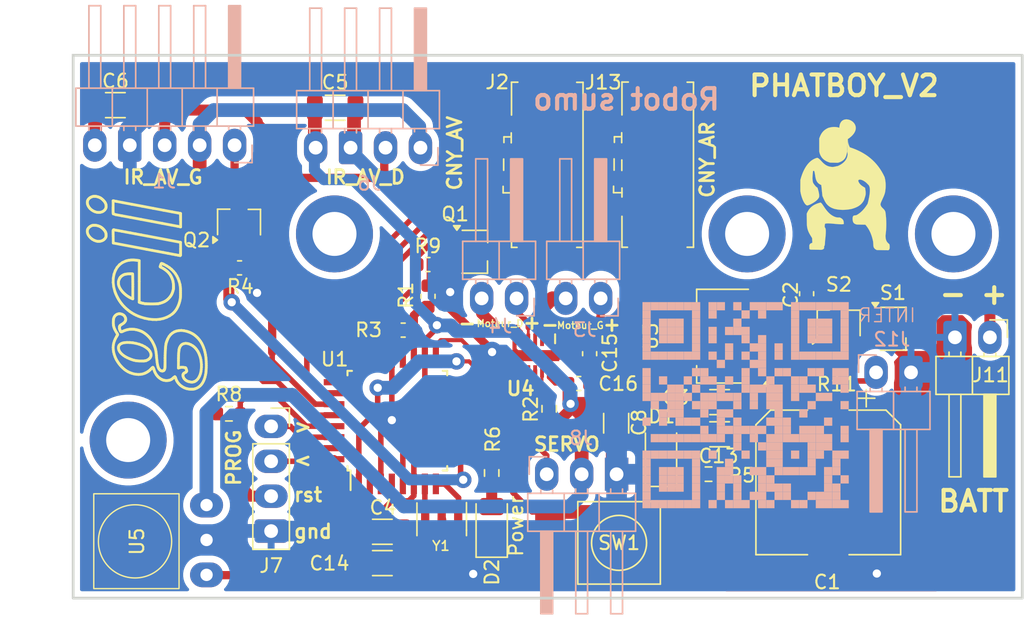
<source format=kicad_pcb>
(kicad_pcb (version 20241229) (generator "pcbnew") (generator_version "9.0")
  (layers (0 "F.Cu" signal) (2 "B.Cu" signal) (13 "F.Paste" user) (15 "B.Paste" user) (5 "F.SilkS" user "F.Silkscreen") (7 "B.SilkS" user "B.Silkscreen") (1 "F.Mask" user) (3 "B.Mask" user) (25 "Edge.Cuts" user))
  (net 0 "")
  (net 1 "+BATT")
  (net 2 "GND")
  (net 3 "+5V")
  (net 4 "Net-(J13-Pin_4)")
  (net 5 "/CAPTAR")
  (net 6 "Net-(J3-Pin_2)")
  (net 7 "Net-(J3-Pin_1)")
  (net 8 "Net-(J4-Pin_2)")
  (net 9 "Net-(J4-Pin_1)")
  (net 10 "/RXD")
  (net 11 "/RST")
  (net 12 "/TXD")
  (net 13 "Net-(J11-Pin_1)")
  (net 14 "/CAPTLAVG")
  (net 15 "/CAPTLAVD")
  (net 16 "Net-(U4-MODE)")
  (net 17 "Net-(S1-S)")
  (net 18 "/BP_START")
  (net 19 "/BIN2")
  (net 20 "/REMOTE")
  (net 21 "/LIGNE_CTRL")
  (net 22 "/IN_BATTERY")
  (net 23 "/AIN2")
  (net 24 "SDA")
  (net 25 "/XT2")
  (net 26 "/AIN1")
  (net 27 "/BIN1")
  (net 29 "SHUT")
  (net 30 "SCL")
  (net 31 "/XT1")
  (net 32 "/SERVO_G")
  (net 33 "Net-(J12-Pin_1)")
  (net 36 "/LED_B")
  (net 38 "Net-(J1-Pin_1)")
  (net 39 "Net-(D1-K)")
  (net 40 "Net-(D2-A)")
  (footprint "Capacitor_SMD:C_0603_1608Metric" (layer "F.Cu") (at 59.995 87)
    (property "Reference" "R3")
    (property "Value" "10k")
  )
  (footprint "lib_GEII_DAM:logo_geii_fsilk" (layer "F.Cu") (at 35.28 75.58 90)
    (property "Reference" "Ref**" (hide yes))
    (property "Value" "Val**" (hide yes))
  )
  (footprint "LED_SMD:LED_1206_3216Metric" (layer "F.Cu") (at 66.43 101.24 90)
    (property "Reference" "D2")
    (property "Value" "Power")
  )
  (footprint "Resistor_SMD:R_0603_1608Metric" (layer "F.Cu") (at 91.516176 89.505686 180)
    (property "Reference" "R11")
    (property "Value" "10k")
  )
  (footprint "Capacitor_SMD:C_0603_1608Metric" (layer "F.Cu") (at 61.795 82.23)
    (property "Reference" "R9")
    (property "Value" "47k")
  )
  (footprint "Capacitor_SMD:C_1206_3216Metric" (layer "F.Cu") (at 75.48 93.775 -90)
    (property "Reference" "C8")
    (property "Value" "100u")
  )
  (footprint "Capacitor_SMD:C_0603_1608Metric" (layer "F.Cu") (at 72.76 90.885)
    (property "Reference" "C16")
    (property "Value" "100n")
  )
  (footprint "Package_TO_SOT_SMD:TSOT-23" (layer "F.Cu") (at 65.18 81.28)
    (property "Reference" "Q1")
    (property "Value" "Q_NMOS_BS170_GSD")
  )
  (footprint "Capacitor_SMD:C_1206_3216Metric" (layer "F.Cu") (at 55.05 70.82)
    (property "Reference" "C5")
    (property "Value" "10u")
  )
  (footprint "Dam_libkicad:WSON-12" (layer "F.Cu") (at 69.34 88.855 180)
    (property "Reference" "U4")
    (property "Value" "DRV8835" (hide yes))
  )
  (footprint "Capacitor_SMD:C_1206_3216Metric" (layer "F.Cu") (at 58.48 103.952233)
    (property "Reference" "C14")
    (property "Value" "10u")
  )
  (footprint "Package_TO_SOT_SMD:TSOT-23" (layer "F.Cu") (at 48.04 79.16 90)
    (property "Reference" "Q2")
    (property "Value" "Q_NMOS_BS170_GSD")
  )
  (footprint "Capacitor_SMD:C_0603_1608Metric" (layer "F.Cu") (at 89.325 84.35 90)
    (property "Reference" "C2")
    (property "Value" "10u")
  )
  (footprint "Dam_libkicad:GROVE_HY2.0_VERTICAL_SMD" (layer "F.Cu") (at 78.36 74.96 -90)
    (property "Reference" "J13")
    (property "Value" "CNY_AV")
  )
  (footprint "Dam_libkicad:GROVE_HY2.0_VERTICAL_SMD" (layer "F.Cu") (at 70.33 74.97 -90)
    (property "Reference" "J2")
    (property "Value" "CNY_AR")
  )
  (footprint "MountingHole:MountingHole_3.2mm_M3_DIN965_Pad" (layer "F.Cu") (at 85 80)
    (property "Reference" "H1" (hide yes))
    (property "Value" "MountingHole")
  )
  (footprint "MountingHole:MountingHole_3.2mm_M3_DIN965_Pad" (layer "F.Cu") (at 40 95 180)
    (property "Reference" "H4" (hide yes))
    (property "Value" "MountingHole")
  )
  (footprint "Package_TO_SOT_SMD:SOT-223-3_TabPin2" (layer "F.Cu") (at 83.24 87.44 180)
    (property "Reference" "U3")
    (property "Value" "LD1117S50TR_SOT223")
  )
  (footprint "Connector_PinHeader_2.54mm:PinHeader_1x02_P2.54mm_Horizontal" (layer "F.Cu") (at 102.65 87.525 -90)
    (property "Reference" "J11")
    (property "Value" "batt")
  )
  (footprint "Capacitor_SMD:C_1206_3216Metric" (layer "F.Cu") (at 83 94.58)
    (property "Reference" "C13")
    (property "Value" "220u")
  )
  (footprint "Capacitor_SMD:C_1206_3216Metric" (layer "F.Cu") (at 39.07 70.63)
    (property "Reference" "C6")
    (property "Value" "10u")
  )
  (footprint "Package_TO_SOT_SMD:TSOT-23" (layer "F.Cu") (at 91.635412 86.494984 90)
    (property "Reference" "S2")
    (property "Value" "Q_PMOS_GSD")
  )
  (footprint "lib_GEII_DAM:logo_phatboy_fslik" (layer "F.Cu") (at 91.87 71.86)
    (property "Reference" "REF**" (hide yes))
    (property "Value" "LOGO")
  )
  (footprint "MountingHole:MountingHole_3.2mm_M3_DIN965_Pad" (layer "F.Cu") (at 100 80)
    (property "Reference" "H3" (hide yes))
    (property "Value" "MountingHole")
  )
  (footprint "Capacitor_SMD:CP_Elec_10x10" (layer "F.Cu") (at 90.9 98.08 -90)
    (property "Reference" "C1")
    (property "Value" "1000u")
  )
  (footprint "Resistor_SMD:R_0603_1608Metric" (layer "F.Cu") (at 66.43 97.395 -90)
    (property "Reference" "R6")
    (property "Value" "470")
  )
  (footprint "Capacitor_SMD:C_0603_1608Metric" (layer "F.Cu") (at 73.55 88.715 90)
    (property "Reference" "C15")
    (property "Value" "100n")
  )
  (footprint "Capacitor_SMD:C_0603_1608Metric" (layer "F.Cu") (at 61.8 84.54 90)
    (property "Reference" "R1")
    (property "Value" "10k")
  )
  (footprint "Dam_libkicad:BP_Schruter_LSH" (layer "F.Cu") (at 75.69 102.48 180)
    (property "Reference" "SW1")
    (property "Value" "SW_Push")
  )
  (footprint "Resistor_SMD:R_0603_1608Metric" (layer "F.Cu") (at 82.195 97.48)
    (property "Reference" "R5")
    (property "Value" "470")
  )
  (footprint "OptoDevice:Vishay_MOLD-3Pin" (layer "F.Cu") (at 45.699489 104.807024 90)
    (property "Reference" "U5")
    (property "Value" "TSOP18338")
  )
  (footprint "Resistor_SMD:R_0603_1608Metric" (layer "F.Cu") (at 70.61 92.725 -90)
    (property "Reference" "R2")
    (property "Value" "10k")
  )
  (footprint "LED_SMD:LED_1206_3216Metric" (layer "F.Cu") (at 78.74 96.09 90)
    (property "Reference" "D1")
    (property "Value" "LED_V")
  )
  (footprint "Resistor_SMD:R_0603_1608Metric" (layer "F.Cu") (at 47.325432 93.087835)
    (property "Reference" "R8")
    (property "Value" "10k")
  )
  (footprint "Capacitor_SMD:C_0603_1608Metric" (layer "F.Cu") (at 48.1 82.47)
    (property "Reference" "R4")
    (property "Value" "47k")
  )
  (footprint "Connector_PinSocket_2.54mm:PinSocket_1x04_P2.54mm_Vertical" (layer "F.Cu") (at 50.393285 94.002276)
    (property "Reference" "J7")
    (property "Value" "Conn_01x04")
  )
  (footprint "Dam_libkicad:osc_CSTNE" (layer "F.Cu") (at 62.795 100.75)
    (property "Reference" "Y1")
    (property "Value" "Crystal_GND2")
  )
  (footprint "Capacitor_SMD:C_1206_3216Metric" (layer "F.Cu") (at 83 92.24)
    (property "Reference" "C3")
    (property "Value" "10u")
  )
  (footprint "Package_TO_SOT_SMD:TSOT-23" (layer "F.Cu") (at 95.6 86.8825)
    (property "Reference" "S1")
    (property "Value" "Q_PMOS_GSD")
  )
  (footprint "Dam_libkicad:TQFP32m" (layer "F.Cu") (at 59.57 93.59 90)
    (property "Reference" "U1")
    (property "Value" "ATmega328P-AU_full")
  )
  (footprint "Capacitor_SMD:C_1206_3216Metric" (layer "F.Cu") (at 58.48 101.672233)
    (property "Reference" "C4")
    (property "Value" "10u")
  )
  (footprint "MountingHole:MountingHole_3.2mm_M3_DIN965_Pad" (layer "F.Cu") (at 55 80 180)
    (property "Reference" "H2" (hide yes))
    (property "Value" "MountingHole")
  )
  (footprint "Connector_PinHeader_2.54mm:PinHeader_1x04_P2.54mm_Horizontal" (layer "B.Cu") (at 61.25 73.725 90)
    (property "Reference" "J6")
    (property "Value" "Conn_01x04")
  )
  (footprint "Connector_PinHeader_2.54mm:PinHeader_1x02_P2.54mm_Horizontal" (layer "B.Cu") (at 94.375 90.075 -90)
    (property "Reference" "J12")
    (property "Value" "inter")
  )
  (footprint "Connector_PinHeader_2.54mm:PinHeader_1x05_P2.54mm_Horizontal" (layer "B.Cu") (at 47.737206 73.544687 90)
    (property "Reference" "J1")
    (property "Value" "VL53L0X")
  )
  (footprint "Connector_PinHeader_2.54mm:PinHeader_1x02_P2.54mm_Horizontal" (layer "B.Cu") (at 74.35 84.69 90)
    (property "Reference" "J3")
    (property "Value" "MOTEUR1")
  )
  (footprint "Connector_PinHeader_2.54mm:PinHeader_1x02_P2.54mm_Horizontal" (layer "B.Cu") (at 68.24 84.69 90)
    (property "Reference" "J4")
    (property "Value" "MOTEUR2" (hide yes))
  )
  (footprint "Connector_PinHeader_2.54mm:PinHeader_1x03_P2.54mm_Horizontal" (layer "B.Cu") (at 70.43 97.485 -90)
    (property "Reference" "J8")
    (property "Value" "SERVO_G")
  )
  (gr_poly (pts (xy 86.989999 85.56) (xy 86.389999 85.56) (xy 86.389999 84.96) (xy 86.989999 84.96)) (fill yes) (layer "B.SilkS"))
  (gr_poly (pts (xy 83.389999 85.56) (xy 82.79 85.56) (xy 82.79 84.96) (xy 83.389999 84.96)) (fill yes) (layer "B.SilkS"))
  (gr_poly (pts (xy 77.99 91.56) (xy 77.39 91.56) (xy 77.39 90.959999) (xy 77.99 90.959999)) (fill yes) (layer "B.SilkS"))
  (gr_poly (pts (xy 89.389999 97.559999) (xy 88.789999 97.559999) (xy 88.789999 96.959999) (xy 89.389999 96.959999)) (fill yes) (layer "B.SilkS"))
  (gr_poly (pts (xy 85.19 90.959999) (xy 84.59 90.959999) (xy 84.59 90.36) (xy 85.19 90.36)) (fill yes) (layer "B.SilkS"))
  (gr_poly (pts (xy 81.59 88.56) (xy 80.99 88.56) (xy 80.99 87.96) (xy 81.59 87.96)) (fill yes) (layer "B.SilkS"))
  (gr_poly (pts (xy 84.59 86.76) (xy 83.99 86.76) (xy 83.99 86.16) (xy 84.59 86.16)) (fill yes) (layer "B.SilkS"))
  (gr_poly (pts (xy 77.99 85.56) (xy 77.39 85.56) (xy 77.39 84.96) (xy 77.99 84.96)) (fill yes) (layer "B.SilkS"))
  (gr_poly (pts (xy 85.19 90.36) (xy 84.59 90.36) (xy 84.59 89.759999) (xy 85.19 89.759999)) (fill yes) (layer "B.SilkS"))
  (gr_poly (pts (xy 79.19 93.359999) (xy 78.59 93.359999) (xy 78.59 92.76) (xy 79.19 92.76)) (fill yes) (layer "B.SilkS"))
  (gr_poly (pts (xy 87.589999 92.16) (xy 86.989999 92.16) (xy 86.989999 91.56) (xy 87.589999 91.56)) (fill yes) (layer "B.SilkS"))
  (gr_poly (pts (xy 82.189999 95.159999) (xy 81.59 95.159999) (xy 81.59 94.559999) (xy 82.189999 94.559999)) (fill yes) (layer "B.SilkS"))
  (gr_poly (pts (xy 90.589999 89.16) (xy 89.989999 89.16) (xy 89.989999 88.56) (xy 90.589999 88.56)) (fill yes) (layer "B.SilkS"))
  (gr_poly (pts (xy 77.99 89.16) (xy 77.39 89.16) (xy 77.39 88.56) (xy 77.99 88.56)) (fill yes) (layer "B.SilkS"))
  (gr_poly (pts (xy 82.79 92.16) (xy 82.189999 92.16) (xy 82.189999 91.56) (xy 82.79 91.56)) (fill yes) (layer "B.SilkS"))
  (gr_poly (pts (xy 78.59 89.16) (xy 77.99 89.16) (xy 77.99 88.56) (xy 78.59 88.56)) (fill yes) (layer "B.SilkS"))
  (gr_poly (pts (xy 81.59 96.959999) (xy 80.99 96.959999) (xy 80.99 96.359999) (xy 81.59 96.359999)) (fill yes) (layer "B.SilkS"))
  (gr_poly (pts (xy 85.19 89.16) (xy 84.59 89.16) (xy 84.59 88.56) (xy 85.19 88.56)) (fill yes) (layer "B.SilkS"))
  (gr_poly (pts (xy 89.389999 95.159999) (xy 88.789999 95.159999) (xy 88.789999 94.559999) (xy 89.389999 94.559999)) (fill yes) (layer "B.SilkS"))
  (gr_poly (pts (xy 77.99 96.359999) (xy 77.39 96.359999) (xy 77.39 95.76) (xy 77.99 95.76)) (fill yes) (layer "B.SilkS"))
  (gr_poly (pts (xy 83.389999 93.959999) (xy 82.79 93.959999) (xy 82.79 93.359999) (xy 83.389999 93.359999)) (fill yes) (layer "B.SilkS"))
  (gr_poly (pts (xy 87.589999 91.56) (xy 86.989999 91.56) (xy 86.989999 90.959999) (xy 87.589999 90.959999)) (fill yes) (layer "B.SilkS"))
  (gr_poly (pts (xy 89.989999 96.959999) (xy 89.389999 96.959999) (xy 89.389999 96.359999) (xy 89.989999 96.359999)) (fill yes) (layer "B.SilkS"))
  (gr_poly (pts (xy 91.79 99.96) (xy 91.189998 99.96) (xy 91.189998 99.36) (xy 91.79 99.36)) (fill yes) (layer "B.SilkS"))
  (gr_poly (pts (xy 87.589999 89.16) (xy 86.989999 89.16) (xy 86.989999 88.56) (xy 87.589999 88.56)) (fill yes) (layer "B.SilkS"))
  (gr_poly (pts (xy 80.99 93.959999) (xy 80.39 93.959999) (xy 80.39 93.359999) (xy 80.99 93.359999)) (fill yes) (layer "B.SilkS"))
  (gr_poly (pts (xy 83.389999 91.56) (xy 82.79 91.56) (xy 82.79 90.959999) (xy 83.389999 90.959999)) (fill yes) (layer "B.SilkS"))
  (gr_poly (pts (xy 86.989999 95.159999) (xy 86.389999 95.159999) (xy 86.389999 94.559999) (xy 86.989999 94.559999)) (fill yes) (layer "B.SilkS"))
  (gr_poly (pts (xy 88.789999 89.16) (xy 88.19 89.16) (xy 88.19 88.56) (xy 88.789999 88.56)) (fill yes) (layer "B.SilkS"))
  (gr_poly (pts (xy 90.589999 92.16) (xy 89.989999 92.16) (xy 89.989999 91.56) (xy 90.589999 91.56)) (fill yes) (layer "B.SilkS"))
  (gr_poly (pts (xy 80.39 92.76) (xy 79.79 92.76) (xy 79.79 92.16) (xy 80.39 92.16)) (fill yes) (layer "B.SilkS"))
  (gr_poly (pts (xy 90.589999 87.36) (xy 89.989999 87.36) (xy 89.989999 86.76) (xy 90.589999 86.76)) (fill yes) (layer "B.SilkS"))
  (gr_poly (pts (xy 79.79 85.56) (xy 79.19 85.56) (xy 79.19 84.96) (xy 79.79 84.96)) (fill yes) (layer "B.SilkS"))
  (gr_poly (pts (xy 86.989999 99.96) (xy 86.389999 99.96) (xy 86.389999 99.36) (xy 86.989999 99.36)) (fill yes) (layer "B.SilkS"))
  (gr_poly (pts (xy 91.79 89.16) (xy 91.189998 89.16) (xy 91.189998 88.56) (xy 91.79 88.56)) (fill yes) (layer "B.SilkS"))
  (gr_poly (pts (xy 79.19 95.159999) (xy 78.59 95.159999) (xy 78.59 94.559999) (xy 79.19 94.559999)) (fill yes) (layer "B.SilkS"))
  (gr_poly (pts (xy 90.589999 99.96) (xy 89.989999 99.96) (xy 89.989999 99.36) (xy 90.589999 99.36)) (fill yes) (layer "B.SilkS"))
  (gr_poly (pts (xy 81.59 97.559999) (xy 80.99 97.559999) (xy 80.99 96.959999) (xy 81.59 96.959999)) (fill yes) (layer "B.SilkS"))
  (gr_poly (pts (xy 81.59 96.359999) (xy 80.99 96.359999) (xy 80.99 95.76) (xy 81.59 95.76)) (fill yes) (layer "B.SilkS"))
  (gr_poly (pts (xy 85.789999 92.16) (xy 85.19 92.16) (xy 85.19 91.56) (xy 85.789999 91.56)) (fill yes) (layer "B.SilkS"))
  (gr_poly (pts (xy 89.989999 85.56) (xy 89.389999 85.56) (xy 89.389999 84.96) (xy 89.989999 84.96)) (fill yes) (layer "B.SilkS"))
  (gr_poly (pts (xy 84.59 98.759998) (xy 83.99 98.759998) (xy 83.99 98.159999) (xy 84.59 98.159999)) (fill yes) (layer "B.SilkS"))
  (gr_poly (pts (xy 86.389999 99.96) (xy 85.789999 99.96) (xy 85.789999 99.36) (xy 86.389999 99.36)) (fill yes) (layer "B.SilkS"))
  (gr_poly (pts (xy 86.389999 87.96) (xy 85.789999 87.96) (xy 85.789999 87.36) (xy 86.389999 87.36)) (fill yes) (layer "B.SilkS"))
  (gr_poly (pts (xy 77.99 93.959999) (xy 77.39 93.959999) (xy 77.39 93.359999) (xy 77.99 93.359999)) (fill yes) (layer "B.SilkS"))
  (gr_poly (pts (xy 81.59 95.159999) (xy 80.99 95.159999) (xy 80.99 94.559999) (xy 81.59 94.559999)) (fill yes) (layer "B.SilkS"))
  (gr_poly (pts (xy 89.389999 89.16) (xy 88.789999 89.16) (xy 88.789999 88.56) (xy 89.389999 88.56)) (fill yes) (layer "B.SilkS"))
  (gr_poly (pts (xy 89.989999 99.36) (xy 89.389999 99.36) (xy 89.389999 98.759998) (xy 89.989999 98.759998)) (fill yes) (layer "B.SilkS"))
  (gr_poly (pts (xy 86.389999 94.559999) (xy 85.789999 94.559999) (xy 85.789999 93.959999) (xy 86.389999 93.959999)) (fill yes) (layer "B.SilkS"))
  (gr_poly (pts (xy 83.389999 98.759998) (xy 82.79 98.759998) (xy 82.79 98.159999) (xy 83.389999 98.159999)) (fill yes) (layer "B.SilkS"))
  (gr_poly (pts (xy 87.589999 93.959999) (xy 86.989999 93.959999) (xy 86.989999 93.359999) (xy 87.589999 93.359999)) (fill yes) (layer "B.SilkS"))
  (gr_poly (pts (xy 83.99 98.159999) (xy 83.389999 98.159999) (xy 83.389999 97.559999) (xy 83.99 97.559999)) (fill yes) (layer "B.SilkS"))
  (gr_poly (pts (xy 79.79 93.359999) (xy 79.19 93.359999) (xy 79.19 92.76) (xy 79.79 92.76)) (fill yes) (layer "B.SilkS"))
  (gr_poly (pts (xy 79.79 91.56) (xy 79.19 91.56) (xy 79.19 90.959999) (xy 79.79 90.959999)) (fill yes) (layer "B.SilkS"))
  (gr_poly (pts (xy 80.99 92.16) (xy 80.39 92.16) (xy 80.39 91.56) (xy 80.99 91.56)) (fill yes) (layer "B.SilkS"))
  (gr_poly (pts (xy 88.789999 86.16) (xy 88.19 86.16) (xy 88.19 85.56) (xy 88.789999 85.56)) (fill yes) (layer "B.SilkS"))
  (gr_poly (pts (xy 85.19 91.56) (xy 84.59 91.56) (xy 84.59 90.959999) (xy 85.19 90.959999)) (fill yes) (layer "B.SilkS"))
  (gr_poly (pts (xy 78.59 92.16) (xy 77.99 92.16) (xy 77.99 91.56) (xy 78.59 91.56)) (fill yes) (layer "B.SilkS"))
  (gr_poly (pts (xy 85.19 87.36) (xy 84.59 87.36) (xy 84.59 86.76) (xy 85.19 86.76)) (fill yes) (layer "B.SilkS"))
  (gr_poly (pts (xy 81.59 93.959999) (xy 80.99 93.959999) (xy 80.99 93.359999) (xy 81.59 93.359999)) (fill yes) (layer "B.SilkS"))
  (gr_poly (pts (xy 88.789999 88.56) (xy 88.19 88.56) (xy 88.19 87.96) (xy 88.789999 87.96)) (fill yes) (layer "B.SilkS"))
  (gr_poly (pts (xy 88.789999 86.76) (xy 88.19 86.76) (xy 88.19 86.16) (xy 88.789999 86.16)) (fill yes) (layer "B.SilkS"))
  (gr_poly (pts (xy 79.19 90.959999) (xy 78.59 90.959999) (xy 78.59 90.36) (xy 79.19 90.36)) (fill yes) (layer "B.SilkS"))
  (gr_poly (pts (xy 77.99 92.16) (xy 77.39 92.16) (xy 77.39 91.56) (xy 77.99 91.56)) (fill yes) (layer "B.SilkS"))
  (gr_poly (pts (xy 80.39 86.76) (xy 79.79 86.76) (xy 79.79 86.16) (xy 80.39 86.16)) (fill yes) (layer "B.SilkS"))
  (gr_poly (pts (xy 84.59 95.159999) (xy 83.99 95.159999) (xy 83.99 94.559999) (xy 84.59 94.559999)) (fill yes) (layer "B.SilkS"))
  (gr_poly (pts (xy 87.589999 85.56) (xy 86.989999 85.56) (xy 86.989999 84.96) (xy 87.589999 84.96)) (fill yes) (layer "B.SilkS"))
  (gr_poly (pts (xy 87.589999 90.36) (xy 86.989999 90.36) (xy 86.989999 89.759999) (xy 87.589999 89.759999)) (fill yes) (layer "B.SilkS"))
  (gr_poly (pts (xy 81.59 85.56) (xy 80.99 85.56) (xy 80.99 84.96) (xy 81.59 84.96)) (fill yes) (layer "B.SilkS"))
  (gr_poly (pts (xy 88.19 90.36) (xy 87.589999 90.36) (xy 87.589999 89.759999) (xy 88.19 89.759999)) (fill yes) (layer "B.SilkS"))
  (gr_poly (pts (xy 79.79 86.76) (xy 79.19 86.76) (xy 79.19 86.16) (xy 79.79 86.16)) (fill yes) (layer "B.SilkS"))
  (gr_poly (pts (xy 91.79 97.559999) (xy 91.189998 97.559999) (xy 91.189998 96.959999) (xy 91.79 96.959999)) (fill yes) (layer "B.SilkS"))
  (gr_poly (pts (xy 83.99 97.559999) (xy 83.389999 97.559999) (xy 83.389999 96.959999) (xy 83.99 96.959999)) (fill yes) (layer "B.SilkS"))
  (gr_poly (pts (xy 92.39 94.559999) (xy 91.79 94.559999) (xy 91.79 93.959999) (xy 92.39 93.959999)) (fill yes) (layer "B.SilkS"))
  (gr_poly (pts (xy 82.189999 92.76) (xy 81.59 92.76) (xy 81.59 92.16) (xy 82.189999 92.16)) (fill yes) (layer "B.SilkS"))
  (gr_poly (pts (xy 89.989999 97.559999) (xy 89.389999 97.559999) (xy 89.389999 96.959999) (xy 89.989999 96.959999)) (fill yes) (layer "B.SilkS"))
  (gr_poly (pts (xy 86.989999 98.159999) (xy 86.389999 98.159999) (xy 86.389999 97.559999) (xy 86.989999 97.559999)) (fill yes) (layer "B.SilkS"))
  (gr_poly (pts (xy 89.389999 85.56) (xy 88.789999 85.56) (xy 88.789999 84.96) (xy 89.389999 84.96)) (fill yes) (layer "B.SilkS"))
  (gr_poly (pts (xy 88.789999 99.96) (xy 88.19 99.96) (xy 88.19 99.36) (xy 88.789999 99.36)) (fill yes) (layer "B.SilkS"))
  (gr_poly (pts (xy 85.19 99.96) (xy 84.59 99.96) (xy 84.59 99.36) (xy 85.19 99.36)) (fill yes) (layer "B.SilkS"))
  (gr_poly (pts (xy 80.39 87.96) (xy 79.79 87.96) (xy 79.79 87.36) (xy 80.39 87.36)) (fill yes) (layer "B.SilkS"))
  (gr_poly (pts (xy 91.79 85.56) (xy 91.189998 85.56) (xy 91.189998 84.96) (xy 91.79 84.96)) (fill yes) (layer "B.SilkS"))
  (gr_poly (pts (xy 88.19 95.159999) (xy 87.589999 95.159999) (xy 87.589999 94.559999) (xy 88.19 94.559999)) (fill yes) (layer "B.SilkS"))
  (gr_poly (pts (xy 84.59 85.56) (xy 83.99 85.56) (xy 83.99 84.96) (xy 84.59 84.96)) (fill yes) (layer "B.SilkS"))
  (gr_poly (pts (xy 91.79 96.959999) (xy 91.189998 96.959999) (xy 91.189998 96.359999) (xy 91.79 96.359999)) (fill yes) (layer "B.SilkS"))
  (gr_poly (pts (xy 87.589999 95.76) (xy 86.989999 95.76) (xy 86.989999 95.159999) (xy 87.589999 95.159999)) (fill yes) (layer "B.SilkS"))
  (gr_poly (pts (xy 79.79 87.36) (xy 79.19 87.36) (xy 79.19 86.76) (xy 79.79 86.76)) (fill yes) (layer "B.SilkS"))
  (gr_poly (pts (xy 79.79 89.16) (xy 79.19 89.16) (xy 79.19 88.56) (xy 79.79 88.56)) (fill yes) (layer "B.SilkS"))
  (gr_poly (pts (xy 79.79 98.759998) (xy 79.19 98.759998) (xy 79.19 98.159999) (xy 79.79 98.159999)) (fill yes) (layer "B.SilkS"))
  (gr_poly (pts (xy 83.99 96.959999) (xy 83.389999 96.959999) (xy 83.389999 96.359999) (xy 83.99 96.359999)) (fill yes) (layer "B.SilkS"))
  (gr_poly (pts (xy 88.789999 92.16) (xy 88.19 92.16) (xy 88.19 91.56) (xy 88.789999 91.56)) (fill yes) (layer "B.SilkS"))
  (gr_poly (pts (xy 90.589999 95.159999) (xy 89.989999 95.159999) (xy 89.989999 94.559999) (xy 90.589999 94.559999)) (fill yes) (layer "B.SilkS"))
  (gr_poly (pts (xy 79.79 92.76) (xy 79.19 92.76) (xy 79.19 92.16) (xy 79.79 92.16)) (fill yes) (layer "B.SilkS"))
  (gr_poly (pts (xy 79.19 87.36) (xy 78.59 87.36) (xy 78.59 86.76) (xy 79.19 86.76)) (fill yes) (layer "B.SilkS"))
  (gr_poly (pts (xy 89.989999 92.76) (xy 89.389999 92.76) (xy 89.389999 92.16) (xy 89.989999 92.16)) (fill yes) (layer "B.SilkS"))
  (gr_poly (pts (xy 89.389999 91.56) (xy 88.789999 91.56) (xy 88.789999 90.959999) (xy 89.389999 90.959999)) (fill yes) (layer "B.SilkS"))
  (gr_poly (pts (xy 80.39 91.56) (xy 79.79 91.56) (xy 79.79 90.959999) (xy 80.39 90.959999)) (fill yes) (layer "B.SilkS"))
  (gr_poly (pts (xy 83.389999 99.36) (xy 82.79 99.36) (xy 82.79 98.759998) (xy 83.389999 98.759998)) (fill yes) (layer "B.SilkS"))
  (gr_poly (pts (xy 92.39 99.96) (xy 91.79 99.96) (xy 91.79 99.36) (xy 92.39 99.36)) (fill yes) (layer "B.SilkS"))
  (gr_poly (pts (xy 82.79 85.56) (xy 82.189999 85.56) (xy 82.189999 84.96) (xy 82.79 84.96)) (fill yes) (layer "B.SilkS"))
  (gr_poly (pts (xy 86.389999 86.16) (xy 85.789999 86.16) (xy 85.789999 85.56) (xy 86.389999 85.56)) (fill yes) (layer "B.SilkS"))
  (gr_poly (pts (xy 81.59 91.56) (xy 80.99 91.56) (xy 80.99 90.959999) (xy 81.59 90.959999)) (fill yes) (layer "B.SilkS"))
  (gr_poly (pts (xy 90.589999 85.56) (xy 89.989999 85.56) (xy 89.989999 84.96) (xy 90.589999 84.96)) (fill yes) (layer "B.SilkS"))
  (gr_poly (pts (xy 80.39 92.16) (xy 79.79 92.16) (xy 79.79 91.56) (xy 80.39 91.56)) (fill yes) (layer "B.SilkS"))
  (gr_poly (pts (xy 86.389999 88.56) (xy 85.789999 88.56) (xy 85.789999 87.96) (xy 86.389999 87.96)) (fill yes) (layer "B.SilkS"))
  (gr_poly (pts (xy 79.79 95.159999) (xy 79.19 95.159999) (xy 79.19 94.559999) (xy 79.79 94.559999)) (fill yes) (layer "B.SilkS"))
  (gr_poly (pts (xy 80.39 85.56) (xy 79.79 85.56) (xy 79.79 84.96) (xy 80.39 84.96)) (fill yes) (layer "B.SilkS"))
  (gr_poly (pts (xy 86.389999 91.56) (xy 85.789999 91.56) (xy 85.789999 90.959999) (xy 86.389999 90.959999)) (fill yes) (layer "B.SilkS"))
  (gr_poly (pts (xy 88.19 98.759998) (xy 87.589999 98.759998) (xy 87.589999 98.159999) (xy 88.19 98.159999)) (fill yes) (layer "B.SilkS"))
  (gr_poly (pts (xy 79.19 92.16) (xy 78.59 92.16) (xy 78.59 91.56) (xy 79.19 91.56)) (fill yes) (layer "B.SilkS"))
  (gr_poly (pts (xy 88.789999 91.56) (xy 88.19 91.56) (xy 88.19 90.959999) (xy 88.789999 90.959999)) (fill yes) (layer "B.SilkS"))
  (gr_poly (pts (xy 77.99 86.76) (xy 77.39 86.76) (xy 77.39 86.16) (xy 77.99 86.16)) (fill yes) (layer "B.SilkS"))
  (gr_poly (pts (xy 77.99 87.36) (xy 77.39 87.36) (xy 77.39 86.76) (xy 77.99 86.76)) (fill yes) (layer "B.SilkS"))
  (gr_poly (pts (xy 80.99 90.959999) (xy 80.39 90.959999) (xy 80.39 90.36) (xy 80.99 90.36)) (fill yes) (layer "B.SilkS"))
  (gr_poly (pts (xy 91.79 90.36) (xy 91.189998 90.36) (xy 91.189998 89.759999) (xy 91.79 89.759999)) (fill yes) (layer "B.SilkS"))
  (gr_poly (pts (xy 91.189998 99.36) (xy 90.589999 99.36) (xy 90.589999 98.759998) (xy 91.189998 98.759998)) (fill yes) (layer "B.SilkS"))
  (gr_poly (pts (xy 88.19 94.559999) (xy 87.589999 94.559999) (xy 87.589999 93.959999) (xy 88.19 93.959999)) (fill yes) (layer "B.SilkS"))
  (gr_poly (pts (xy 87.589999 88.56) (xy 86.989999 88.56) (xy 86.989999 87.96) (xy 87.589999 87.96)) (fill yes) (layer "B.SilkS"))
  (gr_poly (pts (xy 77.99 86.16) (xy 77.39 86.16) (xy 77.39 85.56) (xy 77.99 85.56)) (fill yes) (layer "B.SilkS"))
  (gr_poly (pts (xy 84.59 92.16) (xy 83.99 92.16) (xy 83.99 91.56) (xy 84.59 91.56)) (fill yes) (layer "B.SilkS"))
  (gr_poly (pts (xy 82.189999 90.36) (xy 81.59 90.36) (xy 81.59 89.759999) (xy 82.189999 89.759999)) (fill yes) (layer "B.SilkS"))
  (gr_poly (pts (xy 77.99 88.56) (xy 77.39 88.56) (xy 77.39 87.96) (xy 77.99 87.96)) (fill yes) (layer "B.SilkS"))
  (gr_poly (pts (xy 87.589999 94.559999) (xy 86.989999 94.559999) (xy 86.989999 93.959999) (xy 87.589999 93.959999)) (fill yes) (layer "B.SilkS"))
  (gr_poly (pts (xy 91.189998 95.159999) (xy 90.589999 95.159999) (xy 90.589999 94.559999) (xy 91.189998 94.559999)) (fill yes) (layer "B.SilkS"))
  (gr_poly (pts (xy 89.989999 87.96) (xy 89.389999 87.96) (xy 89.389999 87.36) (xy 89.989999 87.36)) (fill yes) (layer "B.SilkS"))
  (gr_poly (pts (xy 87.589999 96.359999) (xy 86.989999 96.359999) (xy 86.989999 95.76) (xy 87.589999 95.76)) (fill yes) (layer "B.SilkS"))
  (gr_poly (pts (xy 89.989999 86.76) (xy 89.389999 86.76) (xy 89.389999 86.16) (xy 89.989999 86.16)) (fill yes) (layer "B.SilkS"))
  (gr_poly (pts (xy 90.589999 86.76) (xy 89.989999 86.76) (xy 89.989999 86.16) (xy 90.589999 86.16)) (fill yes) (layer "B.SilkS"))
  (gr_poly (pts (xy 79.19 98.159999) (xy 78.59 98.159999) (xy 78.59 97.559999) (xy 79.19 97.559999)) (fill yes) (layer "B.SilkS"))
  (gr_poly (pts (xy 85.789999 89.759999) (xy 85.19 89.759999) (xy 85.19 89.16) (xy 85.789999 89.16)) (fill yes) (layer "B.SilkS"))
  (gr_poly (pts (xy 85.19 94.559999) (xy 84.59 94.559999) (xy 84.59 93.959999) (xy 85.19 93.959999)) (fill yes) (layer "B.SilkS"))
  (gr_poly (pts (xy 89.989999 87.36) (xy 89.389999 87.36) (xy 89.389999 86.76) (xy 89.989999 86.76)) (fill yes) (layer "B.SilkS"))
  (gr_poly (pts (xy 80.39 89.16) (xy 79.79 89.16) (xy 79.79 88.56) (xy 80.39 88.56)) (fill yes) (layer "B.SilkS"))
  (gr_poly (pts (xy 89.989999 95.159999) (xy 89.389999 95.159999) (xy 89.389999 94.559999) (xy 89.989999 94.559999)) (fill yes) (layer "B.SilkS"))
  (gr_poly (pts (xy 79.79 98.159999) (xy 79.19 98.159999) (xy 79.19 97.559999) (xy 79.79 97.559999)) (fill yes) (layer "B.SilkS"))
  (gr_poly (pts (xy 83.99 89.16) (xy 83.389999 89.16) (xy 83.389999 88.56) (xy 83.99 88.56)) (fill yes) (layer "B.SilkS"))
  (gr_poly (pts (xy 84.59 99.36) (xy 83.99 99.36) (xy 83.99 98.759998) (xy 84.59 98.759998)) (fill yes) (layer "B.SilkS"))
  (gr_poly (pts (xy 91.189998 95.76) (xy 90.589999 95.76) (xy 90.589999 95.159999) (xy 91.189998 95.159999)) (fill yes) (layer "B.SilkS"))
  (gr_poly (pts (xy 86.389999 90.36) (xy 85.789999 90.36) (xy 85.789999 89.759999) (xy 86.389999 89.759999)) (fill yes) (layer "B.SilkS"))
  (gr_poly (pts (xy 80.39 98.159999) (xy 79.79 98.159999) (xy 79.79 97.559999) (xy 80.39 97.559999)) (fill yes) (layer "B.SilkS"))
  (gr_poly (pts (xy 88.789999 87.96) (xy 88.19 87.96) (xy 88.19 87.36) (xy 88.789999 87.36)) (fill yes) (layer "B.SilkS"))
  (gr_poly (pts (xy 87.589999 96.959999) (xy 86.989999 96.959999) (xy 86.989999 96.359999) (xy 87.589999 96.359999)) (fill yes) (layer "B.SilkS"))
  (gr_poly (pts (xy 79.79 87.96) (xy 79.19 87.96) (xy 79.19 87.36) (xy 79.79 87.36)) (fill yes) (layer "B.SilkS"))
  (gr_poly (pts (xy 85.789999 94.559999) (xy 85.19 94.559999) (xy 85.19 93.959999) (xy 85.789999 93.959999)) (fill yes) (layer "B.SilkS"))
  (gr_poly (pts (xy 86.989999 96.959999) (xy 86.389999 96.959999) (xy 86.389999 96.359999) (xy 86.989999 96.359999)) (fill yes) (layer "B.SilkS"))
  (gr_poly (pts (xy 77.99 90.959999) (xy 77.39 90.959999) (xy 77.39 90.36) (xy 77.99 90.36)) (fill yes) (layer "B.SilkS"))
  (gr_poly (pts (xy 85.789999 97.559999) (xy 85.19 97.559999) (xy 85.19 96.959999) (xy 85.789999 96.959999)) (fill yes) (layer "B.SilkS"))
  (gr_poly (pts (xy 78.59 99.96) (xy 77.99 99.96) (xy 77.99 99.36) (xy 78.59 99.36)) (fill yes) (layer "B.SilkS"))
  (gr_poly (pts (xy 88.789999 85.56) (xy 88.19 85.56) (xy 88.19 84.96) (xy 88.789999 84.96)) (fill yes) (layer "B.SilkS"))
  (gr_poly (pts (xy 82.79 95.159999) (xy 82.189999 95.159999) (xy 82.189999 94.559999) (xy 82.79 94.559999)) (fill yes) (layer "B.SilkS"))
  (gr_poly (pts (xy 92.39 95.159999) (xy 91.79 95.159999) (xy 91.79 94.559999) (xy 92.39 94.559999)) (fill yes) (layer "B.SilkS"))
  (gr_poly (pts (xy 77.99 87.96) (xy 77.39 87.96) (xy 77.39 87.36) (xy 77.99 87.36)) (fill yes) (layer "B.SilkS"))
  (gr_poly (pts (xy 79.79 97.559999) (xy 79.19 97.559999) (xy 79.19 96.959999) (xy 79.79 96.959999)) (fill yes) (layer "B.SilkS"))
  (gr_poly (pts (xy 90.589999 95.76) (xy 89.989999 95.76) (xy 89.989999 95.159999) (xy 90.589999 95.159999)) (fill yes) (layer "B.SilkS"))
  (gr_poly (pts (xy 78.59 96.359999) (xy 77.99 96.359999) (xy 77.99 95.76) (xy 78.59 95.76)) (fill yes) (layer "B.SilkS"))
  (gr_poly (pts (xy 92.39 96.359999) (xy 91.79 96.359999) (xy 91.79 95.76) (xy 92.39 95.76)) (fill yes) (layer "B.SilkS"))
  (gr_poly (pts (xy 79.19 93.959999) (xy 78.59 93.959999) (xy 78.59 93.359999) (xy 79.19 93.359999)) (fill yes) (layer "B.SilkS"))
  (gr_poly (pts (xy 89.989999 89.16) (xy 89.389999 89.16) (xy 89.389999 88.56) (xy 89.989999 88.56)) (fill yes) (layer "B.SilkS"))
  (gr_poly (pts (xy 92.39 90.959999) (xy 91.79 90.959999) (xy 91.79 90.36) (xy 92.39 90.36)) (fill yes) (layer "B.SilkS"))
  (gr_poly (pts (xy 86.989999 98.759998) (xy 86.389999 98.759998) (xy 86.389999 98.159999) (xy 86.989999 98.159999)) (fill yes) (layer "B.SilkS"))
  (gr_poly (pts (xy 87.589999 98.759998) (xy 86.989999 98.759998) (xy 86.989999 98.159999) (xy 87.589999 98.159999)) (fill yes) (layer "B.SilkS"))
  (gr_poly (pts (xy 92.39 87.96) (xy 91.79 87.96) (xy 91.79 87.36) (xy 92.39 87.36)) (fill yes) (layer "B.SilkS"))
  (gr_poly (pts (xy 84.59 94.559999) (xy 83.99 94.559999) (xy 83.99 93.959999) (xy 84.59 93.959999)) (fill yes) (layer "B.SilkS"))
  (gr_poly (pts (xy 82.79 99.96) (xy 82.189999 99.96) (xy 82.189999 99.36) (xy 82.79 99.36)) (fill yes) (layer "B.SilkS"))
  (gr_poly (pts (xy 85.19 96.359999) (xy 84.59 96.359999) (xy 84.59 95.76) (xy 85.19 95.76)) (fill yes) (layer "B.SilkS"))
  (gr_poly (pts (xy 86.389999 97.559999) (xy 85.789999 97.559999) (xy 85.789999 96.959999) (xy 86.389999 96.959999)) (fill yes) (layer "B.SilkS"))
  (gr_poly (pts (xy 86.389999 85.56) (xy 85.789999 85.56) (xy 85.789999 84.96) (xy 86.389999 84.96)) (fill yes) (layer "B.SilkS"))
  (gr_poly (pts (xy 82.79 89.16) (xy 82.189999 89.16) (xy 82.189999 88.56) (xy 82.79 88.56)) (fill yes) (layer "B.SilkS"))
  (gr_poly (pts (xy 80.99 99.96) (xy 80.39 99.96) (xy 80.39 99.36) (xy 80.99 99.36)) (fill yes) (layer "B.SilkS"))
  (gr_poly (pts (xy 89.389999 99.96) (xy 88.789999 99.96) (xy 88.789999 99.36) (xy 89.389999 99.36)) (fill yes) (layer "B.SilkS"))
  (gr_poly (pts (xy 86.389999 99.36) (xy 85.789999 99.36) (xy 85.789999 98.759998) (xy 86.389999 98.759998)) (fill yes) (layer "B.SilkS"))
  (gr_poly (pts (xy 84.59 92.76) (xy 83.99 92.76) (xy 83.99 92.16) (xy 84.59 92.16)) (fill yes) (layer "B.SilkS"))
  (gr_poly (pts (xy 81.59 87.96) (xy 80.99 87.96) (xy 80.99 87.36) (xy 81.59 87.36)) (fill yes) (layer "B.SilkS"))
  (gr_poly (pts (xy 91.189998 93.959999) (xy 90.589999 93.959999) (xy 90.589999 93.359999) (xy 91.189998 93.359999)) (fill yes) (layer "B.SilkS"))
  (gr_poly (pts (xy 80.99 85.56) (xy 80.39 85.56) (xy 80.39 84.96) (xy 80.99 84.96)) (fill yes) (layer "B.SilkS"))
  (gr_poly (pts (xy 89.389999 90.959999) (xy 88.789999 90.959999) (xy 88.789999 90.36) (xy 89.389999 90.36)) (fill yes) (layer "B.SilkS"))
  (gr_poly (pts (xy 91.189998 89.16) (xy 90.589999 89.16) (xy 90.589999 88.56) (xy 91.189998 88.56)) (fill yes) (layer "B.SilkS"))
  (gr_poly (pts (xy 80.99 89.16) (xy 80.39 89.16) (xy 80.39 88.56) (xy 80.99 88.56)) (fill yes) (layer "B.SilkS"))
  (gr_poly (pts (xy 85.789999 92.76) (xy 85.19 92.76) (xy 85.19 92.16) (xy 85.789999 92.16)) (fill yes) (layer "B.SilkS"))
  (gr_poly (pts (xy 87.589999 97.559999) (xy 86.989999 97.559999) (xy 86.989999 96.959999) (xy 87.589999 96.959999)) (fill yes) (layer "B.SilkS"))
  (gr_poly (pts (xy 81.59 86.16) (xy 80.99 86.16) (xy 80.99 85.56) (xy 81.59 85.56)) (fill yes) (layer "B.SilkS"))
  (gr_poly (pts (xy 79.79 92.16) (xy 79.19 92.16) (xy 79.19 91.56) (xy 79.79 91.56)) (fill yes) (layer "B.SilkS"))
  (gr_poly (pts (xy 92.39 85.56) (xy 91.79 85.56) (xy 91.79 84.96) (xy 92.39 84.96)) (fill yes) (layer "B.SilkS"))
  (gr_poly (pts (xy 89.989999 90.36) (xy 89.389999 90.36) (xy 89.389999 89.759999) (xy 89.989999 89.759999)) (fill yes) (layer "B.SilkS"))
  (gr_poly (pts (xy 83.99 92.16) (xy 83.389999 92.16) (xy 83.389999 91.56) (xy 83.99 91.56)) (fill yes) (layer "B.SilkS"))
  (gr_poly (pts (xy 92.39 90.36) (xy 91.79 90.36) (xy 91.79 89.759999) (xy 92.39 89.759999)) (fill yes) (layer "B.SilkS"))
  (gr_poly (pts (xy 86.989999 93.959999) (xy 86.389999 93.959999) (xy 86.389999 93.359999) (xy 86.989999 93.359999)) (fill yes) (layer "B.SilkS"))
  (gr_poly (pts (xy 86.989999 96.359999) (xy 86.389999 96.359999) (xy 86.389999 95.76) (xy 86.989999 95.76)) (fill yes) (layer "B.SilkS"))
  (gr_poly (pts (xy 78.59 95.159999) (xy 77.99 95.159999) (xy 77.99 94.559999) (xy 78.59 94.559999)) (fill yes) (layer "B.SilkS"))
  (gr_poly (pts (xy 79.19 99.96) (xy 78.59 99.96) (xy 78.59 99.36) (xy 79.19 99.36)) (fill yes) (layer "B.SilkS"))
  (gr_poly (pts (xy 79.19 96.359999) (xy 78.59 96.359999) (xy 78.59 95.76) (xy 79.19 95.76)) (fill yes) (layer "B.SilkS"))
  (gr_poly (pts (xy 90.589999 94.559999) (xy 89.989999 94.559999) (xy 89.989999 93.959999) (xy 90.589999 93.959999)) (fill yes) (layer "B.SilkS"))
  (gr_poly (pts (xy 78.59 92.76) (xy 77.99 92.76) (xy 77.99 92.16) (xy 78.59 92.16)) (fill yes) (layer "B.SilkS"))
  (gr_poly (pts (xy 79.19 86.76) (xy 78.59 86.76) (xy 78.59 86.16) (xy 79.19 86.16)) (fill yes) (layer "B.SilkS"))
  (gr_poly (pts (xy 83.389999 92.16) (xy 82.79 92.16) (xy 82.79 91.56) (xy 83.389999 91.56)) (fill yes) (layer "B.SilkS"))
  (gr_poly (pts (xy 77.99 98.159999) (xy 77.39 98.159999) (xy 77.39 97.559999) (xy 77.99 97.559999)) (fill yes) (layer "B.SilkS"))
  (gr_poly (pts (xy 86.989999 91.56) (xy 86.389999 91.56) (xy 86.389999 90.959999) (xy 86.989999 90.959999)) (fill yes) (layer "B.SilkS"))
  (gr_poly (pts (xy 88.19 97.559999) (xy 87.589999 97.559999) (xy 87.589999 96.959999) (xy 88.19 96.959999)) (fill yes) (layer "B.SilkS"))
  (gr_poly (pts (xy 91.189998 87.36) (xy 90.589999 87.36) (xy 90.589999 86.76) (xy 91.189998 86.76)) (fill yes) (layer "B.SilkS"))
  (gr_poly (pts (xy 88.19 99.36) (xy 87.589999 99.36) (xy 87.589999 98.759998) (xy 88.19 98.759998)) (fill yes) (layer "B.SilkS"))
  (gr_poly (pts (xy 81.59 99.96) (xy 80.99 99.96) (xy 80.99 99.36) (xy 81.59 99.36)) (fill yes) (layer "B.SilkS"))
  (gr_poly (pts (xy 86.989999 92.76) (xy 86.389999 92.76) (xy 86.389999 92.16) (xy 86.989999 92.16)) (fill yes) (layer "B.SilkS"))
  (gr_poly (pts (xy 85.19 86.16) (xy 84.59 86.16) (xy 84.59 85.56) (xy 85.19 85.56)) (fill yes) (layer "B.SilkS"))
  (gr_poly (pts (xy 82.189999 90.959999) (xy 81.59 90.959999) (xy 81.59 90.36) (xy 82.189999 90.36)) (fill yes) (layer "B.SilkS"))
  (gr_poly (pts (xy 88.789999 97.559999) (xy 88.19 97.559999) (xy 88.19 96.959999) (xy 88.789999 96.959999)) (fill yes) (layer "B.SilkS"))
  (gr_poly (pts (xy 92.39 86.16) (xy 91.79 86.16) (xy 91.79 85.56) (xy 92.39 85.56)) (fill yes) (layer "B.SilkS"))
  (gr_poly (pts (xy 83.389999 93.359999) (xy 82.79 93.359999) (xy 82.79 92.76) (xy 83.389999 92.76)) (fill yes) (layer "B.SilkS"))
  (gr_poly (pts (xy 84.59 98.159999) (xy 83.99 98.159999) (xy 83.99 97.559999) (xy 84.59 97.559999)) (fill yes) (layer "B.SilkS"))
  (gr_poly (pts (xy 83.389999 97.559999) (xy 82.79 97.559999) (xy 82.79 96.959999) (xy 83.389999 96.959999)) (fill yes) (layer "B.SilkS"))
  (gr_poly (pts (xy 91.189998 92.16) (xy 90.589999 92.16) (xy 90.589999 91.56) (xy 91.189998 91.56)) (fill yes) (layer "B.SilkS"))
  (gr_poly (pts (xy 80.39 93.359999) (xy 79.79 93.359999) (xy 79.79 92.76) (xy 80.39 92.76)) (fill yes) (layer "B.SilkS"))
  (gr_poly (pts (xy 81.59 87.36) (xy 80.99 87.36) (xy 80.99 86.76) (xy 81.59 86.76)) (fill yes) (layer "B.SilkS"))
  (gr_poly (pts (xy 91.189998 98.159999) (xy 90.589999 98.159999) (xy 90.589999 97.559999) (xy 91.189998 97.559999)) (fill yes) (layer "B.SilkS"))
  (gr_poly (pts (xy 88.789999 87.36) (xy 88.19 87.36) (xy 88.19 86.76) (xy 88.789999 86.76)) (fill yes) (layer "B.SilkS"))
  (gr_poly (pts (xy 81.59 90.36) (xy 80.99 90.36) (xy 80.99 89.759999) (xy 81.59 89.759999)) (fill yes) (layer "B.SilkS"))
  (gr_poly (pts (xy 81.59 99.36) (xy 80.99 99.36) (xy 80.99 98.759998) (xy 81.59 98.759998)) (fill yes) (layer "B.SilkS"))
  (gr_poly (pts (xy 77.99 98.759998) (xy 77.39 98.759998) (xy 77.39 98.159999) (xy 77.99 98.159999)) (fill yes) (layer "B.SilkS"))
  (gr_poly (pts (xy 82.79 87.36) (xy 82.189999 87.36) (xy 82.189999 86.76) (xy 82.79 86.76)) (fill yes) (layer "B.SilkS"))
  (gr_poly (pts (xy 82.79 87.96) (xy 82.189999 87.96) (xy 82.189999 87.36) (xy 82.79 87.36)) (fill yes) (layer "B.SilkS"))
  (gr_poly (pts (xy 91.79 90.959999) (xy 91.189998 90.959999) (xy 91.189998 90.36) (xy 91.79 90.36)) (fill yes) (layer "B.SilkS"))
  (gr_poly (pts (xy 82.189999 94.559999) (xy 81.59 94.559999) (xy 81.59 93.959999) (xy 82.189999 93.959999)) (fill yes) (layer "B.SilkS"))
  (gr_poly (pts (xy 91.189998 98.759998) (xy 90.589999 98.759998) (xy 90.589999 98.159999) (xy 91.189998 98.159999)) (fill yes) (layer "B.SilkS"))
  (gr_poly (pts (xy 92.39 91.56) (xy 91.79 91.56) (xy 91.79 90.959999) (xy 92.39 90.959999)) (fill yes) (layer "B.SilkS"))
  (gr_poly (pts (xy 90.589999 87.96) (xy 89.989999 87.96) (xy 89.989999 87.36) (xy 90.589999 87.36)) (fill yes) (layer "B.SilkS"))
  (gr_poly (pts (xy 90.589999 96.359999) (xy 89.989999 96.359999) (xy 89.989999 95.76) (xy 90.589999 95.76)) (fill yes) (layer "B.SilkS"))
  (gr_poly (pts (xy 83.99 90.959999) (xy 83.389999 90.959999) (xy 83.389999 90.36) (xy 83.99 90.36)) (fill yes) (layer "B.SilkS"))
  (gr_poly (pts (xy 87.589999 92.76) (xy 86.989999 92.76) (xy 86.989999 92.16) (xy 87.589999 92.16)) (fill yes) (layer "B.SilkS"))
  (gr_poly (pts (xy 81.59 92.76) (xy 80.99 92.76) (xy 80.99 92.16) (xy 81.59 92.16)) (fill yes) (layer "B.SilkS"))
  (gr_poly (pts (xy 84.59 87.36) (xy 83.99 87.36) (xy 83.99 86.76) (xy 84.59 86.76)) (fill yes) (layer "B.SilkS"))
  (gr_poly (pts (xy 85.19 87.96) (xy 84.59 87.96) (xy 84.59 87.36) (xy 85.19 87.36)) (fill yes) (layer "B.SilkS"))
  (gr_poly (pts (xy 80.39 99.96) (xy 79.79 99.96) (xy 79.79 99.36) (xy 80.39 99.36)) (fill yes) (layer "B.SilkS"))
  (gr_poly (pts (xy 77.99 99.36) (xy 77.39 99.36) (xy 77.39 98.759998) (xy 77.99 98.759998)) (fill yes) (layer "B.SilkS"))
  (gr_poly (pts (xy 85.789999 91.56) (xy 85.19 91.56) (xy 85.19 90.959999) (xy 85.789999 90.959999)) (fill yes) (layer "B.SilkS"))
  (gr_poly (pts (xy 92.39 87.36) (xy 91.79 87.36) (xy 91.79 86.76) (xy 92.39 86.76)) (fill yes) (layer "B.SilkS"))
  (gr_poly (pts (xy 89.389999 94.559999) (xy 88.789999 94.559999) (xy 88.789999 93.959999) (xy 89.389999 93.959999)) (fill yes) (layer "B.SilkS"))
  (gr_poly (pts (xy 92.39 86.76) (xy 91.79 86.76) (xy 91.79 86.16) (xy 92.39 86.16)) (fill yes) (layer "B.SilkS"))
  (gr_poly (pts (xy 86.389999 89.759999) (xy 85.789999 89.759999) (xy 85.789999 89.16) (xy 86.389999 89.16)) (fill yes) (layer "B.SilkS"))
  (gr_poly (pts (xy 83.389999 89.759999) (xy 82.79 89.759999) (xy 82.79 89.16) (xy 83.389999 89.16)) (fill yes) (layer "B.SilkS"))
  (gr_poly (pts (xy 91.189998 85.56) (xy 90.589999 85.56) (xy 90.589999 84.96) (xy 91.189998 84.96)) (fill yes) (layer "B.SilkS"))
  (gr_poly (pts (xy 83.99 87.36) (xy 83.389999 87.36) (xy 83.389999 86.76) (xy 83.99 86.76)) (fill yes) (layer "B.SilkS"))
  (gr_poly (pts (xy 80.39 97.559999) (xy 79.79 97.559999) (xy 79.79 96.959999) (xy 80.39 96.959999)) (fill yes) (layer "B.SilkS"))
  (gr_poly (pts (xy 79.19 85.56) (xy 78.59 85.56) (xy 78.59 84.96) (xy 79.19 84.96)) (fill yes) (layer "B.SilkS"))
  (gr_poly (pts (xy 83.389999 94.559999) (xy 82.79 94.559999) (xy 82.79 93.959999) (xy 83.389999 93.959999)) (fill yes) (layer "B.SilkS"))
  (gr_poly (pts (xy 85.789999 85.56) (xy 85.19 85.56) (xy 85.19 84.96) (xy 85.789999 84.96)) (fill yes) (layer "B.SilkS"))
  (gr_poly (pts (xy 82.189999 92.16) (xy 81.59 92.16) (xy 81.59 91.56) (xy 82.189999 91.56)) (fill yes) (layer "B.SilkS"))
  (gr_poly (pts (xy 84.59 99.96) (xy 83.99 99.96) (xy 83.99 99.36) (xy 84.59 99.36)) (fill yes) (layer "B.SilkS"))
  (gr_poly (pts (xy 84.59 95.76) (xy 83.99 95.76) (xy 83.99 95.159999) (xy 84.59 95.159999)) (fill yes) (layer "B.SilkS"))
  (gr_poly (pts (xy 86.389999 98.159999) (xy 85.789999 98.159999) (xy 85.789999 97.559999) (xy 86.389999 97.559999)) (fill yes) (layer "B.SilkS"))
  (gr_poly (pts (xy 77.99 90.36) (xy 77.39 90.36) (xy 77.39 89.759999) (xy 77.99 89.759999)) (fill yes) (layer "B.SilkS"))
  (gr_poly (pts (xy 80.39 95.159999) (xy 79.79 95.159999) (xy 79.79 94.559999) (xy 80.39 94.559999)) (fill yes) (layer "B.SilkS"))
  (gr_poly (pts (xy 92.39 98.159999) (xy 91.79 98.159999) (xy 91.79 97.559999) (xy 92.39 97.559999)) (fill yes) (layer "B.SilkS"))
  (gr_poly (pts (xy 77.99 99.96) (xy 77.39 99.96) (xy 77.39 99.36) (xy 77.99 99.36)) (fill yes) (layer "B.SilkS"))
  (gr_poly (pts (xy 81.59 86.76) (xy 80.99 86.76) (xy 80.99 86.16) (xy 81.59 86.16)) (fill yes) (layer "B.SilkS"))
  (gr_poly (pts (xy 84.59 93.959999) (xy 83.99 93.959999) (xy 83.99 93.359999) (xy 84.59 93.359999)) (fill yes) (layer "B.SilkS"))
  (gr_poly (pts (xy 81.59 98.159999) (xy 80.99 98.159999) (xy 80.99 97.559999) (xy 81.59 97.559999)) (fill yes) (layer "B.SilkS"))
  (gr_poly (pts (xy 83.389999 98.159999) (xy 82.79 98.159999) (xy 82.79 97.559999) (xy 83.389999 97.559999)) (fill yes) (layer "B.SilkS"))
  (gr_poly (pts (xy 89.989999 96.359999) (xy 89.389999 96.359999) (xy 89.389999 95.76) (xy 89.989999 95.76)) (fill yes) (layer "B.SilkS"))
  (gr_poly (pts (xy 80.39 87.36) (xy 79.79 87.36) (xy 79.79 86.76) (xy 80.39 86.76)) (fill yes) (layer "B.SilkS"))
  (gr_poly (pts (xy 86.989999 95.76) (xy 86.389999 95.76) (xy 86.389999 95.159999) (xy 86.989999 95.159999)) (fill yes) (layer "B.SilkS"))
  (gr_poly (pts (xy 87.589999 99.36) (xy 86.989999 99.36) (xy 86.989999 98.759998) (xy 87.589999 98.759998)) (fill yes) (layer "B.SilkS"))
  (gr_poly (pts (xy 87.589999 95.159999) (xy 86.989999 95.159999) (xy 86.989999 94.559999) (xy 87.589999 94.559999)) (fill yes) (layer "B.SilkS"))
  (gr_poly (pts (xy 91.189998 87.96) (xy 90.589999 87.96) (xy 90.589999 87.36) (xy 91.189998 87.36)) (fill yes) (layer "B.SilkS"))
  (gr_poly (pts (xy 79.79 99.96) (xy 79.19 99.96) (xy 79.19 99.36) (xy 79.79 99.36)) (fill yes) (layer "B.SilkS"))
  (gr_poly (pts (xy 82.79 86.16) (xy 82.189999 86.16) (xy 82.189999 85.56) (xy 82.79 85.56)) (fill yes) (layer "B.SilkS"))
  (gr_poly (pts (xy 79.19 87.96) (xy 78.59 87.96) (xy 78.59 87.36) (xy 79.19 87.36)) (fill yes) (layer "B.SilkS"))
  (gr_poly (pts (xy 86.389999 89.16) (xy 85.789999 89.16) (xy 85.789999 88.56) (xy 86.389999 88.56)) (fill yes) (layer "B.SilkS"))
  (gr_poly (pts (xy 80.99 95.159999) (xy 80.39 95.159999) (xy 80.39 94.559999) (xy 80.99 94.559999)) (fill yes) (layer "B.SilkS"))
  (gr_poly (pts (xy 83.99 93.359999) (xy 83.389999 93.359999) (xy 83.389999 92.76) (xy 83.99 92.76)) (fill yes) (layer "B.SilkS"))
  (gr_poly (pts (xy 85.789999 99.36) (xy 85.19 99.36) (xy 85.19 98.759998) (xy 85.789999 98.759998)) (fill yes) (layer "B.SilkS"))
  (gr_poly (pts (xy 87.589999 93.359999) (xy 86.989999 93.359999) (xy 86.989999 92.76) (xy 87.589999 92.76)) (fill yes) (layer "B.SilkS"))
  (gr_poly (pts (xy 89.989999 95.76) (xy 89.389999 95.76) (xy 89.389999 95.159999) (xy 89.989999 95.159999)) (fill yes) (layer "B.SilkS"))
  (gr_poly (pts (xy 82.79 92.76) (xy 82.189999 92.76) (xy 82.189999 92.16) (xy 82.79 92.16)) (fill yes) (layer "B.SilkS"))
  (gr_poly (pts (xy 86.989999 90.959999) (xy 86.389999 90.959999) (xy 86.389999 90.36) (xy 86.989999 90.36)) (fill yes) (layer "B.SilkS"))
  (gr_poly (pts (xy 90.589999 90.36) (xy 89.989999 90.36) (xy 89.989999 89.759999) (xy 90.589999 89.759999)) (fill yes) (layer "B.SilkS"))
  (gr_poly (pts (xy 79.19 98.759998) (xy 78.59 98.759998) (xy 78.59 98.159999) (xy 79.19 98.159999)) (fill yes) (layer "B.SilkS"))
  (gr_poly (pts (xy 77.99 97.559999) (xy 77.39 97.559999) (xy 77.39 96.959999) (xy 77.99 96.959999)) (fill yes) (layer "B.SilkS"))
  (gr_poly (pts (xy 77.99 96.959999) (xy 77.39 96.959999) (xy 77.39 96.359999) (xy 77.99 96.359999)) (fill yes) (layer "B.SilkS"))
  (gr_poly (pts (xy 80.99 96.359999) (xy 80.39 96.359999) (xy 80.39 95.76) (xy 80.99 95.76)) (fill yes) (layer "B.SilkS"))
  (gr_poly (pts (xy 79.19 89.16) (xy 78.59 89.16) (xy 78.59 88.56) (xy 79.19 88.56)) (fill yes) (layer "B.SilkS"))
  (gr_poly (pts (xy 89.389999 93.359999) (xy 88.789999 93.359999) (xy 88.789999 92.76) (xy 89.389999 92.76)) (fill yes) (layer "B.SilkS"))
  (gr_poly (pts (xy 82.79 96.359999) (xy 82.189999 96.359999) (xy 82.189999 95.76) (xy 82.79 95.76)) (fill yes) (layer "B.SilkS"))
  (gr_poly (pts (xy 91.79 96.359999) (xy 91.189998 96.359999) (xy 91.189998 95.76) (xy 91.79 95.76)) (fill yes) (layer "B.SilkS"))
  (gr_poly (pts (xy 83.99 99.96) (xy 83.389999 99.96) (xy 83.389999 99.36) (xy 83.99 99.36)) (fill yes) (layer "B.SilkS"))
  (gr_poly (pts (xy 80.39 93.959999) (xy 79.79 93.959999) (xy 79.79 93.359999) (xy 80.39 93.359999)) (fill yes) (layer "B.SilkS"))
  (gr_poly (pts (xy 88.789999 90.959999) (xy 88.19 90.959999) (xy 88.19 90.36) (xy 88.789999 90.36)) (fill yes) (layer "B.SilkS"))
  (gr_poly (pts (xy 83.389999 95.159999) (xy 82.79 95.159999) (xy 82.79 94.559999) (xy 83.389999 94.559999)) (fill yes) (layer "B.SilkS"))
  (gr_poly (pts (xy 86.389999 95.76) (xy 85.789999 95.76) (xy 85.789999 95.159999) (xy 86.389999 95.159999)) (fill yes) (layer "B.SilkS"))
  (gr_poly (pts (xy 88.789999 96.359999) (xy 88.19 96.359999) (xy 88.19 95.76) (xy 88.789999 95.76)) (fill yes) (layer "B.SilkS"))
  (gr_poly (pts (xy 82.189999 93.359999) (xy 81.59 93.359999) (xy 81.59 92.76) (xy 82.189999 92.76)) (fill yes) (layer "B.SilkS"))
  (gr_poly (pts (xy 82.79 90.959999) (xy 82.189999 90.959999) (xy 82.189999 90.36) (xy 82.79 90.36)) (fill yes) (layer "B.SilkS"))
  (gr_poly (pts (xy 79.79 96.359999) (xy 79.19 96.359999) (xy 79.19 95.76) (xy 79.79 95.76)) (fill yes) (layer "B.SilkS"))
  (gr_poly (pts (xy 91.79 99.36) (xy 91.189998 99.36) (xy 91.189998 98.759998) (xy 91.79 98.759998)) (fill yes) (layer "B.SilkS"))
  (gr_poly (pts (xy 91.189998 97.559999) (xy 90.589999 97.559999) (xy 90.589999 96.959999) (xy 91.189998 96.959999)) (fill yes) (layer "B.SilkS"))
  (gr_poly (pts (xy 80.39 98.759998) (xy 79.79 98.759998) (xy 79.79 98.159999) (xy 80.39 98.159999)) (fill yes) (layer "B.SilkS"))
  (gr_poly (pts (xy 83.99 88.56) (xy 83.389999 88.56) (xy 83.389999 87.96) (xy 83.99 87.96)) (fill yes) (layer "B.SilkS"))
  (gr_poly (pts (xy 88.19 93.959999) (xy 87.589999 93.959999) (xy 87.589999 93.359999) (xy 88.19 93.359999)) (fill yes) (layer "B.SilkS"))
  (gr_poly (pts (xy 85.789999 95.159999) (xy 85.19 95.159999) (xy 85.19 94.559999) (xy 85.789999 94.559999)) (fill yes) (layer "B.SilkS"))
  (gr_poly (pts (xy 91.189998 99.96) (xy 90.589999 99.96) (xy 90.589999 99.36) (xy 91.189998 99.36)) (fill yes) (layer "B.SilkS"))
  (gr_poly (pts (xy 88.789999 95.159999) (xy 88.19 95.159999) (xy 88.19 94.559999) (xy 88.789999 94.559999)) (fill yes) (layer "B.SilkS"))
  (gr_poly (pts (xy 80.39 96.359999) (xy 79.79 96.359999) (xy 79.79 95.76) (xy 80.39 95.76)) (fill yes) (layer "B.SilkS"))
  (gr_poly (pts (xy 90.589999 99.36) (xy 89.989999 99.36) (xy 89.989999 98.759998) (xy 90.589999 98.759998)) (fill yes) (layer "B.SilkS"))
  (gr_poly (pts (xy 81.59 98.759998) (xy 80.99 98.759998) (xy 80.99 98.159999) (xy 81.59 98.159999)) (fill yes) (layer "B.SilkS"))
  (gr_poly (pts (xy 85.789999 88.56) (xy 85.19 88.56) (xy 85.19 87.96) (xy 85.789999 87.96)) (fill yes) (layer "B.SilkS"))
  (gr_poly (pts (xy 78.59 85.56) (xy 77.99 85.56) (xy 77.99 84.96) (xy 78.59 84.96)) (fill yes) (layer "B.SilkS"))
  (gr_poly (pts (xy 86.389999 98.759998) (xy 85.789999 98.759998) (xy 85.789999 98.159999) (xy 86.389999 98.159999)) (fill yes) (layer "B.SilkS"))
  (gr_poly (pts (xy 83.99 94.559999) (xy 83.389999 94.559999) (xy 83.389999 93.959999) (xy 83.99 93.959999)) (fill yes) (layer "B.SilkS"))
  (gr_poly (pts (xy 89.989999 91.56) (xy 89.389999 91.56) (xy 89.389999 90.959999) (xy 89.989999 90.959999)) (fill yes) (layer "B.SilkS"))
  (gr_poly (pts (xy 89.989999 94.559999) (xy 89.389999 94.559999) (xy 89.389999 93.959999) (xy 89.989999 93.959999)) (fill yes) (layer "B.SilkS"))
  (gr_poly (pts (xy 81.59 89.16) (xy 80.99 89.16) (xy 80.99 88.56) (xy 81.59 88.56)) (fill yes) (layer "B.SilkS"))
  (gr_poly (pts (xy 86.989999 92.16) (xy 86.389999 92.16) (xy 86.389999 91.56) (xy 86.989999 91.56)) (fill yes) (layer "B.SilkS"))
  (gr_poly (pts (xy 92.39 88.56) (xy 91.79 88.56) (xy 91.79 87.96) (xy 92.39 87.96)) (fill yes) (layer "B.SilkS"))
  (gr_poly (pts (xy 92.39 92.76) (xy 91.79 92.76) (xy 91.79 92.16) (xy 92.39 92.16)) (fill yes) (layer "B.SilkS"))
  (gr_poly (pts (xy 79.19 97.559999) (xy 78.59 97.559999) (xy 78.59 96.959999) (xy 79.19 96.959999)) (fill yes) (layer "B.SilkS"))
  (gr_poly (pts (xy 92.39 89.16) (xy 91.79 89.16) (xy 91.79 88.56) (xy 92.39 88.56)) (fill yes) (layer "B.SilkS"))
  (gr_poly (pts (xy 91.189998 86.76) (xy 90.589999 86.76) (xy 90.589999 86.16) (xy 91.189998 86.16)) (fill yes) (layer "B.SilkS"))
  (gr_poly (pts (xy 91.79 98.759998) (xy 91.189998 98.759998) (xy 91.189998 98.159999) (xy 91.79 98.159999)) (fill yes) (layer "B.SilkS"))
  (gr_rect (start 36 67) (end 105 106.5) (stroke (width 0.2)) (fill no) (layer "Edge.Cuts"))
  (gr_text "CNY_AV" (at 64.32 76.95 90) (layer "F.SilkS") (effects (font (size 1 1) (thickness 0.2) (bold yes)) (justify left bottom)))
  (gr_text ">\n" (at 51.95 94.59 0) (layer "F.SilkS") (effects (font (size 1 1) (thickness 0.2) (bold yes)) (justify left bottom)))
  (gr_text "+\n" (at 68.61 87.02 0) (layer "F.SilkS") (effects (font (size 1 1) (thickness 0.2) (bold yes)) (justify left bottom)))
  (gr_text "<" (at 51.95 97.03 0) (layer "F.SilkS") (effects (font (size 1 1) (thickness 0.2) (bold yes)) (justify left bottom)))
  (gr_text "BATT" (at 98.73 100.33 0) (layer "F.SilkS") (effects (font (size 1.5 1.5) (thickness 0.3) (bold yes)) (justify left bottom)))
  (gr_text "-" (at 63.9 87.07 0) (layer "F.SilkS") (effects (font (size 1 1) (thickness 0.2) (bold yes)) (justify left bottom)))
  (gr_text "IR_AV_G" (at 39.55 76.45 0) (layer "F.SilkS") (effects (font (size 1 1) (thickness 0.2) (bold yes)) (justify left bottom)))
  (gr_text "+\n" (at 74.42 87.16 0) (layer "F.SilkS") (effects (font (size 1 1) (thickness 0.2) (bold yes)) (justify left bottom)))
  (gr_text "-" (at 69.92 87.17 0) (layer "F.SilkS") (effects (font (size 1 1) (thickness 0.2) (bold yes)) (justify left bottom)))
  (gr_text "CNY_AR\n" (at 82.68 77.49 90) (layer "F.SilkS") (effects (font (size 1 1) (thickness 0.2) (bold yes)) (justify left bottom)))
  (gr_text "PROG" (at 48.26 98.44 90) (layer "F.SilkS") (effects (font (size 1 1) (thickness 0.2) (bold yes)) (justify left bottom)))
  (gr_text "Moteur_G" (at 71.12 86.95 0) (layer "F.SilkS") (effects (font (size 0.5 0.5) (thickness 0.1)) (justify left bottom)))
  (gr_text "IR_AV_D" (at 54.26 76.45 0) (layer "F.SilkS") (effects (font (size 1 1) (thickness 0.2) (bold yes)) (justify left bottom)))
  (gr_text "SERVO" (at 69.38 95.89 0) (layer "F.SilkS") (effects (font (size 1 1) (thickness 0.2) (bold yes)) (justify left bottom)))
  (gr_text "PHATBOY_V2" (at 84.99 70.1 0) (layer "F.SilkS") (effects (font (size 1.5 1.5) (thickness 0.3) (bold yes)) (justify left bottom)))
  (gr_text "rst" (at 51.95 99.57 0) (layer "F.SilkS") (effects (font (size 1 1) (thickness 0.2) (bold yes)) (justify left bottom)))
  (gr_text "- +" (at 98.84 85.22 0) (layer "F.SilkS") (effects (font (size 1.5 1.5) (thickness 0.3) (bold yes)) (justify left bottom)))
  (gr_text "Moteur_D" (at 65.28 86.81 0) (layer "F.SilkS") (effects (font (size 0.5 0.5) (thickness 0.1)) (justify left bottom)))
  (gr_text "gnd" (at 51.95 102.23 0) (layer "F.SilkS") (effects (font (size 1 1) (thickness 0.2) (bold yes)) (justify left bottom)))
  (gr_text "Robot sumo" (at 83.17 71.09 0) (layer "B.SilkS") (effects (font (size 1.5 1.5) (thickness 0.3) (bold yes)) (justify left bottom mirror)))
  (gr_text "INTER" (at 97.33 86.51 0) (layer "B.SilkS") (effects (font (size 1 1) (thickness 0.1)) (justify left bottom mirror)))
  (segment (start 78.675 84.275) (end 78.51 84.11) (width 1) (layer "F.Cu") (net 1))
  (segment (start 87.67 85.125) (end 89.325 85.125) (width 1) (layer "F.Cu") (net 1))
  (segment (start 86.7625 85.125) (end 87.67 85.125) (width 1) (layer "F.Cu") (net 1))
  (segment (start 73.525 87.915) (end 73.55 87.94) (width 0.4) (layer "F.Cu") (net 1))
  (segment (start 78.51 84.11) (end 78.51 80.96) (width 1) (layer "F.Cu") (net 1))
  (segment (start 85.525 84.275) (end 78.675 84.275) (width 1) (layer "F.Cu") (net 1))
  (segment (start 64.7 81.23) (end 65.97 82.5) (width 0.4) (layer "F.Cu") (net 1))
  (segment (start 91.635412 85.184984) (end 89.384984 85.184984) (width 0.8) (layer "F.Cu") (net 1))
  (segment (start 78.51 80.96) (end 70.49 80.96) (width 1.5) (layer "F.Cu") (net 1))
  (segment (start 68.95 82.5) (end 70.48 80.97) (width 0.4) (layer "F.Cu") (net 1))
  (segment (start 87.67 85.125) (end 87.655 85.14) (width 1) (layer "F.Cu") (net 1))
  (segment (start 71.17098 87.80598) (end 71.28 87.915) (width 0.4) (layer "F.Cu") (net 1))
  (segment (start 65.97 82.5) (end 68.95 82.5) (width 0.4) (layer "F.Cu") (net 1))
  (segment (start 71.17098 87.80598) (end 70.63 87.80598) (width 0.4) (layer "F.Cu") (net 1))
  (segment (start 87.655 85.14) (end 86.39 85.14) (width 1) (layer "F.Cu") (net 1))
  (segment (start 62.3167 81.23) (end 61.8 81.7467) (width 0.2) (layer "F.Cu") (net 1))
  (segment (start 70.49 80.96) (end 70.48 80.97) (width 1) (layer "F.Cu") (net 1))
  (segment (start 71.28 87.915) (end 73.525 87.915) (width 0.4) (layer "F.Cu") (net 1))
  (segment (start 70.48 80.97) (end 68.95 80.97) (width 0.4) (layer "F.Cu") (net 1))
  (segment (start 75.01 87.94) (end 73.55 87.94) (width 1) (layer "F.Cu") (net 1))
  (segment (start 86.39 85.14) (end 85.525 84.275) (width 1) (layer "F.Cu") (net 1))
  (segment (start 89.384984 85.184984) (end 89.325 85.125) (width 0.2) (layer "F.Cu") (net 1))
  (segment (start 61.8 81.7467) (end 61.8 83.765) (width 0.2) (layer "F.Cu") (net 1))
  (segment (start 62.3167 81.23) (end 64.7 81.23) (width 0.4) (layer "F.Cu") (net 1))
  (segment (start 89.325 92.505) (end 89.325 85.125) (width 1) (layer "F.Cu") (net 1))
  (segment (start 78.675 84.275) (end 75.01 87.94) (width 1) (layer "F.Cu") (net 1))
  (segment (start 90.9 94.08) (end 89.325 92.505) (width 1) (layer "F.Cu") (net 1))
  (segment (start 85.83 92.24) (end 86.39 91.68) (width 1.5) (layer "F.Cu") (net 2))
  (segment (start 73.55 90.87) (end 73.535 90.885) (width 0.6) (layer "F.Cu") (net 2))
  (segment (start 75.48 97.455) (end 75.51 97.485) (width 1.5) (layer "F.Cu") (net 2))
  (segment (start 62.82 100.775) (end 62.795 100.75) (width 0.6) (layer "F.Cu") (net 2))
  (segment (start 75.48 95.25) (end 75.48 97.455) (width 1.5) (layer "F.Cu") (net 2))
  (segment (start 48.875 83.795) (end 49.37 84.29) (width 0.6) (layer "F.Cu") (net 2))
  (segment (start 86.38 97.56) (end 86.805 97.985) (width 1.5) (layer "F.Cu") (net 2))
  (segment (start 58.37 94.35) (end 58.37 98.2) (width 0.4) (layer "F.Cu") (net 2))
  (segment (start 80.68 104.74) (end 80.69 104.73) (width 1) (layer "F.Cu") (net 2))
  (segment (start 84.07 102.13) (end 84.02 102.08) (width 1.5) (layer "F.Cu") (net 2))
  (segment (start 48.99 81.36) (end 48.875 81.475) (width 0.6) (layer "F.Cu") (net 2))
  (segment (start 84.475 94.58) (end 84.475 92.24) (width 1) (layer "F.Cu") (net 2))
  (segment (start 59.955 98.215) (end 59.97 98.2) (width 0.4) (layer "F.Cu") (net 2))
  (segment (start 59.957233 103.95) (end 61.51 103.95) (width 0.6) (layer "F.Cu") (net 2))
  (segment (start 86.805 97.985) (end 90.9 102.08) (width 1.5) (layer "F.Cu") (net 2))
  (segment (start 40.47 70.705) (end 40.47 73.191893) (width 1) (layer "F.Cu") (net 2))
  (segment (start 84.475 96.895) (end 84.475 94.58) (width 1) (layer "F.Cu") (net 2))
  (segment (start 48.875 82.47) (end 48.875 83.795) (width 0.6) (layer "F.Cu") (net 2))
  (segment (start 80.69 104.73) (end 82.97 104.73) (width 1.5) (layer "F.Cu") (net 2))
  (segment (start 63.85 82.25) (end 63.87 82.23) (width 0.6) (layer "F.Cu") (net 2))
  (segment (start 95.6 88.11) (end 96.915 89.425) (width 0.6) (layer "F.Cu") (net 2))
  (segment (start 66.135 88.175) (end 63.41 85.45) (width 0.6) (layer "F.Cu") (net 2))
  (segment (start 93.205 83.575) (end 89.325 83.575) (width 0.8) (layer "F.Cu") (net 2))
  (segment (start 69.34 88.855) (end 71.65 88.855) (width 0.6) (layer "F.Cu") (net 2))
  (segment (start 63.41 83.51) (end 63.85 83.07) (width 0.6) (layer "F.Cu") (net 2))
  (segment (start 66.457178 88.593674) (end 67.118674 88.593674) (width 0.6) (layer "F.Cu") (net 2))
  (segment (start 73.55 89.49) (end 73.55 90.87) (width 0.8) (layer "F.Cu") (net 2))
  (segment (start 84.02 102.08) (end 86.63 102.08) (width 1.5) (layer "F.Cu") (net 2))
  (segment (start 92.72 102.08) (end 90.9 102.08) (width 1.5) (layer "F.Cu") (net 2))
  (segment (start 94.29 85.9325) (end 95.0325 85.9325) (width 0.6) (layer "F.Cu") (net 2))
  (segment (start 83.02 97.48) (end 83.02 101.08) (width 1) (layer "F.Cu") (net 2))
  (segment (start 59.955 103.952233) (end 59.957233 103.95) (width 0.6) (layer "F.Cu") (net 2))
  (segment (start 70.69 104.73) (end 70.7 104.74) (width 1) (layer "F.Cu") (net 2))
  (segment (start 63.85 83.07) (end 63.85 82.25) (width 0.6) (layer "F.Cu") (net 2))
  (segment (start 86.39 89.74) (end 86.38 89.75) (width 1.5) (layer "F.Cu") (net 2))
  (segment (start 48.99 80.47) (end 48.99 81.36) (width 0.6) (layer "F.Cu") (net 2))
  (segment (start 83.02 97.48) (end 83.89 97.48) (width 1) (layer "F.Cu") (net 2))
  (segment (start 66.43 104) (end 65.69 104.74) (width 1) (layer "F.Cu") (net 2))
  (segment (start 86.3 97.48) (end 86.805 97.985) (width 1) (layer "F.Cu") (net 2))
  (segment (start 40.47 73.191893) (end 40.117206 73.544687) (width 0.6) (layer "F.Cu") (net 2))
  (segment (start 59.22 87) (end 59.22 88.94) (width 0.4) (layer "F.Cu") (net 2))
  (segment (start 48.875 81.475) (end 48.875 82.47) (width 0.6) (layer "F.Cu") (net 2))
  (segment (start 83.02 101.08) (end 84.02 102.08) (width 1) (layer "F.Cu") (net 2))
  (segment (start 56.525 70.82) (end 56.42 70.925) (width 0.6) (layer "F.Cu") (net 2))
  (segment (start 56.42 73.222645) (end 56.08 73.562645) (width 0.6) (layer "F.Cu") (net 2))
  (segment (start 40.545 70.63) (end 40.47 70.705) (width 0.6) (layer "F.Cu") (net 2))
  (segment (start 86.39 91.68) (end 86.39 89.74) (width 1.5) (layer "F.Cu") (net 2))
  (segment (start 86.63 102.08) (end 90.9 102.08) (width 1.5) (layer "F.Cu") (net 2))
  (segment (start 68.5475 88.855) (end 69.34 88.855) (width 0.3) (layer "F.Cu") (net 2))
  (segment (start 83.02 97.48) (end 86.3 97.48) (width 1) (layer "F.Cu") (net 2))
  (segment (start 61.848354 103.611646) (end 61.858354 103.611646) (width 0.6) (layer "F.Cu") (net 2))
  (segment (start 65.69 104.74) (end 65.085 104.74) (width 1) (layer "F.Cu") (net 2))
  (segment (start 96.915 97.885) (end 92.72 102.08) (width 1.5) (layer "F.Cu") (net 2))
  (segment (start 62.82 102.475) (end 62.82 100.775) (width 0.6) (layer "F.Cu") (net 2))
  (segment (start 95.6 86.5) (end 95.6 88.11) (width 0.6) (layer "F.Cu") (net 2))
  (segment (start 70.68 104.74) (end 70.69 104.73) (width 1.5) (layer "F.Cu") (net 2))
  (segment (start 70.7 104.74) (end 80.68 104.74) (width 1) (layer "F.Cu") (net 2))
  (segment (start 84.07 103.63) (end 84.07 102.13) (width 1.5) (layer "F.Cu") (net 2))
  (segment (start 67.118674 88.593674) (end 67.38 88.855) (width 0.6) (layer "F.Cu") (net 2))
  (segment (start 66.43 102.64) (end 66.43 104) (width 1) (layer "F.Cu") (net 2))
  (segment (start 56.42 70.925) (end 56.42 73.222645) (width 1) (layer "F.Cu") (net 2))
  (segment (start 86.38 89.75) (end 86.38 97.56) (width 1.5) (layer "F.Cu") (net 2))
  (segment (start 65.085 104.74) (end 70.68 104.74) (width 1.5) (layer "F.Cu") (net 2))
  (segment (start 59.17 93.55) (end 59.17 89) (width 0.4) (layer "F.Cu") (net 2))
  (segment (start 68.09032 88.39782) (end 68.5475 88.855) (width 0.3) (layer "F.Cu") (net 2))
  (segment (start 62.82 102.475) (end 65.085 104.74) (width 0.6) (layer "F.Cu") (net 2))
  (segment (start 61.51 103.95) (end 61.848354 103.611646) (width 0.6) (layer "F.Cu") (net 2))
  (segment (start 96.915 89.425) (end 96.915 90.075) (width 0.6) (layer "F.Cu") (net 2))
  (segment (start 63.41 84.23) (end 63.41 83.51) (width 0.6) (layer "F.Cu") (net 2))
  (segment (start 59.22 88.94) (end 59.17 88.99) (width 0.2) (layer "F.Cu") (net 2))
  (segment (start 66.457178 88.593674) (end 66.135 88.271496) (width 0.6) (layer "F.Cu") (net 2))
  (segment (start 83.89 97.48) (end 84.475 96.895) (width 1) (layer "F.Cu") (net 2))
  (segment (start 84.475 92.24) (end 85.83 92.24) (width 1.5) (layer "F.Cu") (net 2))
  (segment (start 90.79 101.97) (end 90.9 102.08) (width 0.2) (layer "F.Cu") (net 2))
  (segment (start 68.09032 87.80598) (end 68.09032 88.39782) (width 0.3) (layer "F.Cu") (net 2))
  (segment (start 94.29 85.9325) (end 94.29 84.66) (width 0.8) (layer "F.Cu") (net 2))
  (segment (start 62.82 102.65) (end 62.82 102.475) (width 0.6) (layer "F.Cu") (net 2))
  (segment (start 61.858354 103.611646) (end 62.82 102.65) (width 0.6) (layer "F.Cu") (net 2))
  (segment (start 71.65 88.855) (end 72.285 89.49) (width 0.6) (layer "F.Cu") (net 2))
  (segment (start 95.0325 85.9325) (end 95.6 86.5) (width 0.6) (layer "F.Cu") (net 2))
  (segment (start 59.955 101.672233) (end 59.955 103.952233) (width 1) (layer "F.Cu") (net 2))
  (segment (start 82.97 104.73) (end 84.07 103.63) (width 1.5) (layer "F.Cu") (net 2))
  (segment (start 66.135 88.271496) (end 66.135 88.175) (width 0.6) (layer "F.Cu") (net 2))
  (segment (start 59.17 93.55) (end 58.37 94.35) (width 0.4) (layer "F.Cu") (net 2))
  (segment (start 96.915 90.075) (end 96.915 97.885) (width 1.5) (layer "F.Cu") (net 2))
  (segment (start 67.38 88.855) (end 69.34 88.855) (width 0.6) (layer "F.Cu") (net 2))
  (segment (start 72.285 89.49) (end 73.55 89.49) (width 0.6) (layer "F.Cu") (net 2))
  (segment (start 63.87 82.23) (end 62.57 82.23) (width 0.6) (layer "F.Cu") (net 2))
  (segment (start 59.17 93.55) (end 59.97 94.35) (width 0.4) (layer "F.Cu") (net 2))
  (segment (start 94.29 84.66) (end 93.205 83.575) (width 0.8) (layer "F.Cu") (net 2))
  (segment (start 59.97 94.35) (end 59.97 98.2) (width 0.4) (layer "F.Cu") (net 2))
  (segment (start 63.41 85.45) (end 63.41 84.23) (width 0.6) (layer "F.Cu") (net 2))
  (via (at 49.37 84.29) (size 1.2) (drill 0.6) (layers "F.Cu" "B.Cu") (net 2))
  (via (at 65.085 104.74) (size 1.2) (drill 0.6) (layers "F.Cu" "B.Cu") (net 2))
  (via (at 94.43 104.71) (size 1.2) (drill 0.6) (layers "F.Cu" "B.Cu") (net 2))
  (via (at 66.457178 88.593674) (size 1.2) (drill 0.6) (layers "F.Cu" "B.Cu") (net 2))
  (via (at 63.41 84.23) (size 1.2) (drill 0.6) (layers "F.Cu" "B.Cu") (net 2))
  (via (at 59.17 93.55) (size 1.2) (drill 0.6) (layers "F.Cu" "B.Cu") (net 2))
  (segment (start 63.46 93.55) (end 59.17 93.55) (width 1) (layer "B.Cu") (net 2))
  (segment (start 61.84 68.86) (end 65.41 72.43) (width 1.5) (layer "B.Cu") (net 2))
  (segment (start 65.085 104.74) (end 61.967276 101.622276) (width 1.5) (layer "B.Cu") (net 2))
  (segment (start 96.915 91.935) (end 96.915 90.075) (width 1.5) (layer "B.Cu") (net 2))
  (segment (start 49.37 84.67) (end 58.25 93.55) (width 1) (layer "B.Cu") (net 2))
  (segment (start 45.776513 102.19) (end 47.81 102.19) (width 1) (layer "B.Cu") (net 2))
  (segment (start 77.89 82.47) (end 74.63 79.21) (width 1.5) (layer "B.Cu") (net 2))
  (segment (start 40.117206 73.544687) (end 40.117206 72.442794) (width 1.5) (layer "B.Cu") (net 2))
  (segment (start 73.437724 101.622276) (end 75.51 99.55) (width 1.5) (layer "B.Cu") (net 2))
  (segment (start 40.117206 72.442794) (end 43.7 68.86) (width 1.5) (layer "B.Cu") (net 2))
  (segment (start 43.637024 102.267024) (end 45.699489 102.267024) (width 1) (layer "B.Cu") (net 2))
  (segment (start 77.89 86.6) (end 77.89 82.47) (width 1.5) (layer "B.Cu") (net 2))
  (segment (start 40.117206 73.544687) (end 40.117206 81.767206) (width 1) (layer "B.Cu") (net 2))
  (segment (start 61.967276 101.622276) (end 73.437724 101.622276) (width 1.5) (layer "B.Cu") (net 2))
  (segment (start 66.165 88.885852) (end 66.165 90.845) (width 1) (layer "B.Cu") (net 2))
  (segment (start 44.05 85.7) (end 44.05 97.81) (width 1) (layer "B.Cu") (net 2))
  (segment (start 44.05 97.81) (end 43.02293 98.83707) (width 1) (layer "B.Cu") (net 2))
  (segment (start 56.08 73.88) (end 56.08 73.562645) (width 1) (layer "B.Cu") (net 2))
  (segment (start 47.81 102.19) (end 48.39 101.61) (width 1) (layer "B.Cu") (net 2))
  (segment (start 66.165 89.705) (end 70.97 94.51) (width 1.5) (layer "B.Cu") (net 2))
  (segment (start 49.84 101.61) (end 49.852276 101.622276) (width 1) (layer "B.Cu") (net 2))
  (segment (start 48.39 101.61) (end 49.84 101.61) (width 1) (layer "B.Cu") (net 2))
  (segment (start 65.41 79.21) (end 63.41 81.21) (width 1.5) (layer "B.Cu") (net 2))
  (segment (start 75.51 95.64) (end 74.38 94.51) (width 1.5) (layer "B.Cu") (net 2))
  (segment (start 74.63 79.21) (end 65.41 79.21) (width 1.5) (layer "B.Cu") (net 2))
  (segment (start 91.365 97.485) (end 96.915 91.935) (width 1.5) (layer "B.Cu") (net 2))
  (segment (start 63.41 81.21) (end 56.08 73.88) (width 1) (layer "B.Cu") (net 2))
  (segment (start 66.165 90.845) (end 63.46 93.55) (width 1) (layer "B.Cu") (net 2))
  (segment (start 66.457178 88.593674) (end 66.165 88.885852) (width 1.5) (layer "B.Cu") (net 2))
  (segment (start 45.699489 102.267024) (end 45.776513 102.19) (width 1) (layer "B.Cu") (net 2))
  (segment (start 75.51 99.55) (end 75.51 97.485) (width 1.5) (layer "B.Cu") (net 2))
  (segment (start 74.38 90.11) (end 77.89 86.6) (width 1.5) (layer "B.Cu") (net 2))
  (segment (start 65.41 72.43) (end 65.41 79.21) (width 1.5) (layer "B.Cu") (net 2))
  (segment (start 75.51 97.485) (end 75.51 95.64) (width 1.5) (layer "B.Cu") (net 2))
  (segment (start 99.305 90.075) (end 100.11 89.27) (width 1.5) (layer "B.Cu") (net 2))
  (segment (start 58.25 93.55) (end 59.17 93.55) (width 1) (layer "B.Cu") (net 2))
  (segment (start 43.02293 98.83707) (end 43.02293 101.65293) (width 1) (layer "B.Cu") (net 2))
  (segment (start 66.165 88.885852) (end 66.165 89.705) (width 1.5) (layer "B.Cu") (net 2))
  (segment (start 43.7 68.86) (end 61.84 68.86) (width 1.5) (layer "B.Cu") (net 2))
  (segment (start 49.37 84.29) (end 49.37 84.67) (width 1) (layer "B.Cu") (net 2))
  (segment (start 43.02293 101.65293) (end 43.637024 102.267024) (width 1) (layer "B.Cu") (net 2))
  (segment (start 74.38 94.51) (end 74.38 90.11) (width 1.5) (layer "B.Cu") (net 2))
  (segment (start 61.967276 101.622276) (end 50.393285 101.622276) (width 1.5) (layer "B.Cu") (net 2))
  (segment (start 75.51 97.485) (end 91.365 97.485) (width 1.5) (layer "B.Cu") (net 2))
  (segment (start 100.11 89.27) (end 100.11 87.525) (width 1.5) (layer "B.Cu") (net 2))
  (segment (start 49.852276 101.622276) (end 50.393285 101.622276) (width 1) (layer "B.Cu") (net 2))
  (segment (start 40.117206 81.767206) (end 44.05 85.7) (width 1) (layer "B.Cu") (net 2))
  (segment (start 70.97 94.51) (end 74.38 94.51) (width 1.5) (layer "B.Cu") (net 2))
  (segment (start 63.41 84.23) (end 63.41 81.21) (width 1) (layer "B.Cu") (net 2))
  (segment (start 96.915 90.075) (end 99.305 90.075) (width 1.5) (layer "B.Cu") (net 2))
  (segment (start 46.112165 93.087835) (end 45.68 93.52) (width 0.6) (layer "F.Cu") (net 3))
  (segment (start 71.985 92.185) (end 71.985 90.885) (width 0.8) (layer "F.Cu") (net 3))
  (segment (start 78.46 75.96) (end 75.96 75.96) (width 0.6) (layer "F.Cu") (net 3))
  (segment (start 60.77 93.375) (end 60.77 99.05) (width 0.4) (layer "F.Cu") (net 3))
  (segment (start 78.5 68.97) (end 78.51 68.96) (width 0.6) (layer "F.Cu") (net 3))
  (segment (start 57.005 103.952233) (end 57.005 101.672233) (width 0.8) (layer "F.Cu") (net 3))
  (segment (start 58.32 100.275) (end 59.17 99.425) (width 0.4) (layer "F.Cu") (net 3))
  (segment (start 53.575 69.685) (end 54.29 68.97) (width 1) (layer "F.Cu") (net 3))
  (segment (start 37.595 73.526893) (end 37.577206 73.544687) (width 0.6) (layer "F.Cu") (net 3))
  (segment (start 37.595 70.63) (end 37.595 69.550262) (width 1) (layer "F.Cu") (net 3))
  (segment (start 67.93 75.97) (end 75.95 75.97) (width 1) (layer "F.Cu") (net 3))
  (segment (start 60.77 99.05) (end 60.395 99.425) (width 0.4) (layer "F.Cu") (net 3))
  (segment (start 78.51 68.96) (end 79.61 70.06) (width 0.6) (layer "F.Cu") (net 3))
  (segment (start 62.445 86.845) (end 61.57 87.72) (width 0.4) (layer "F.Cu") (net 3))
  (segment (start 53.575 69.765) (end 53.575 70.82) (width 1) (layer "F.Cu") (net 3))
  (segment (start 80.09 87.44) (end 80.09 88.09) (width 0.8) (layer "F.Cu") (net 3))
  (segment (start 71.385 93.55) (end 70.61 93.55) (width 0.8) (layer "F.Cu") (net 3))
  (segment (start 75.48 90.82) (end 78.86 87.44) (width 1) (layer "F.Cu") (net 3))
  (segment (start 38.365262 68.78) (end 52.59 68.78) (width 1) (layer "F.Cu") (net 3))
  (segment (start 78.74 94.69) (end 81.415 94.69) (width 0.8) (layer "F.Cu") (net 3))
  (segment (start 81.525 92.24) (end 81.525 91.415) (width 1) (layer "F.Cu") (net 3))
  (segment (start 79.61 70.06) (end 79.61 74.81) (width 0.6) (layer "F.Cu") (net 3))
  (segment (start 81.415 94.69) (end 81.525 94.58) (width 0.8) (layer "F.Cu") (net 3))
  (segment (start 75.95 75.97) (end 75.96 75.96) (width 1) (layer "F.Cu") (net 3))
  (segment (start 81.525 91.415) (end 80.66 90.55) (width 1) (layer "F.Cu") (net 3))
  (segment (start 37.595 70.63) (end 37.595 73.526893) (width 1) (layer "F.Cu") (net 3))
  (segment (start 61.57 92.575) (end 60.77 93.375) (width 0.4) (layer "F.Cu") (net 3))
  (segment (start 75.415 92.365) (end 75.48 92.3) (width 1) (layer "F.Cu") (net 3))
  (segment (start 59.17 99.425) (end 59.17 98.2) (width 0.4) (layer "F.Cu") (net 3))
  (segment (start 53.575 70.82) (end 53.575 73.527645) (width 1) (layer "F.Cu") (net 3))
  (segment (start 80.66 90.55) (end 80.66 90.54) (width 1) (layer "F.Cu") (net 3))
  (segment (start 72.165 92.365) (end 72.175 92.365) (width 0.8) (layer "F.Cu") (net 3))
  (segment (start 60.395 99.425) (end 59.17 99.425) (width 0.4) (layer "F.Cu") (net 3))
  (segment (start 58.32 101.05) (end 58.32 100.275) (width 0.4) (layer "F.Cu") (net 3))
  (segment (start 46.500432 93.087835) (end 46.112165 93.087835) (width 0.6) (layer "F.Cu") (net 3))
  (segment (start 72.97 97.485) (end 72.97 93.17) (width 1) (layer "F.Cu") (net 3))
  (segment (start 45.68 99.707535) (end 45.699489 99.727024) (width 0.6) (layer "F.Cu") (net 3))
  (segment (start 72.97 93.17) (end 72.165 92.365) (width 1) (layer "F.Cu") (net 3))
  (segment (start 81.525 94.58) (end 81.525 92.24) (width 1) (layer "F.Cu") (net 3))
  (segment (start 52.59 68.78) (end 53.575 69.765) (width 1) (layer "F.Cu") (net 3))
  (segment (start 57.697767 101.672233) (end 58.32 101.05) (width 0.4) (layer "F.Cu") (net 3))
  (segment (start 79.61 74.81) (end 78.46 75.96) (width 0.6) (layer "F.Cu") (net 3))
  (segment (start 46.505 93.083267) (end 46.500432 93.087835) (width 0.4) (layer "F.Cu") (net 3))
  (segment (start 72.165 92.365) (end 71.985 92.185) (width 0.8) (layer "F.Cu") (net 3))
  (segment (start 45.68 93.52) (end 45.68 99.707535) (width 0.6) (layer "F.Cu") (net 3))
  (segment (start 80.09 89.97) (end 80.66 90.54) (width 1) (layer "F.Cu") (net 3))
  (segment (start 37.595 69.550262) (end 38.365262 68.78) (width 1) (layer "F.Cu") (net 3))
  (segment (start 61.57 87.72) (end 61.57 92.575) (width 0.4) (layer "F.Cu") (net 3))
  (segment (start 62.445 86.642063) (end 62.445 86.845) (width 0.4) (layer "F.Cu") (net 3))
  (segment (start 72.165 92.365) (end 75.415 92.365) (width 1) (layer "F.Cu") (net 3))
  (segment (start 80.09 87.44) (end 80.09 89.97) (width 1) (layer "F.Cu") (net 3))
  (segment (start 53.575 73.527645) (end 53.54 73.562645) (width 0.6) (layer "F.Cu") (net 3))
  (segment (start 70.58968 89.90402) (end 70.58968 90.43968) (width 0.3) (layer "F.Cu") (net 3))
  (segment (start 80.09 87.44) (end 86.39 87.44) (width 1.5) (layer "F.Cu") (net 3))
  (segment (start 72.165 92.365) (end 72.165 92.77) (width 0.8) (layer "F.Cu") (net 3))
  (segment (start 70.48 68.97) (end 78.5 68.97) (width 1.5) (layer "F.Cu") (net 3))
  (segment (start 70.58968 90.43968) (end 71.035 90.885) (width 0.3) (layer "F.Cu") (net 3))
  (segment (start 75.48 92.3) (end 75.48 90.82) (width 1) (layer "F.Cu") (net 3))
  (segment (start 72.165 92.77) (end 71.385 93.55) (width 0.8) (layer "F.Cu") (net 3))
  (segment (start 54.29 68.97) (end 70.48 68.97) (width 1) (layer "F.Cu") (net 3))
  (segment (start 57.005 101.672233) (end 57.697767 101.672233) (width 0.4) (layer "F.Cu") (net 3))
  (segment (start 53.575 70.82) (end 53.575 69.685) (width 1) (layer "F.Cu") (net 3))
  (segment (start 71.035 90.885) (end 71.985 90.885) (width 0.3) (layer "F.Cu") (net 3))
  (segment (start 78.86 87.44) (end 80.09 87.44) (width 1) (layer "F.Cu") (net 3))
  (via (at 62.445 86.642063) (size 1.2) (drill 0.6) (layers "F.Cu" "B.Cu") (net 3))
  (via (at 72.165 92.365) (size 1.2) (drill 0.6) (layers "F.Cu" "B.Cu") (net 3))
  (segment (start 60.88 80.59) (end 56.34 76.05) (width 0.8) (layer "B.Cu") (net 3))
  (segment (start 67.94 87.06) (end 72.165 91.285) (width 1) (layer "B.Cu") (net 3))
  (segment (start 63.85 87.06) (end 67.94 87.06) (width 1) (layer "B.Cu") (net 3))
  (segment (start 46.96 91.71) (end 51.923959 91.71) (width 1) (layer "B.Cu") (net 3))
  (segment (start 54.23 76.05) (end 53.54 75.36) (width 0.8) (layer "B.Cu") (net 3))
  (segment (start 72.1 99.83) (end 72.97 98.96) (width 1) (layer "B.Cu") (net 3))
  (segment (start 62.462937 86.66) (end 63.45 86.66) (width 1) (layer "B.Cu") (net 3))
  (segment (start 62.445 86.642063) (end 62.462937 86.66) (width 1) (layer "B.Cu") (net 3))
  (segment (start 45.688745 98.99435) (end 45.688745 92.981255) (width 1) (layer "B.Cu") (net 3))
  (segment (start 72.165 91.285) (end 72.165 92.365) (width 1) (layer "B.Cu") (net 3))
  (segment (start 60.88 85.077063) (end 60.88 80.59) (width 0.8) (layer "B.Cu") (net 3))
  (segment (start 63.45 86.66) (end 63.85 87.06) (width 1) (layer "B.Cu") (net 3))
  (segment (start 72.97 98.96) (end 72.97 97.485) (width 1) (layer "B.Cu") (net 3))
  (segment (start 45.688745 92.981255) (end 46.96 91.71) (width 1) (layer "B.Cu") (net 3))
  (segment (start 45.699489 99.005094) (end 45.688745 98.99435) (width 1) (layer "B.Cu") (net 3))
  (segment (start 51.923959 91.71) (end 60.043959 99.83) (width 1) (layer "B.Cu") (net 3))
  (segment (start 62.445 86.642063) (end 60.88 85.077063) (width 0.8) (layer "B.Cu") (net 3))
  (segment (start 53.54 75.36) (end 53.54 73.562645) (width 0.8) (layer "B.Cu") (net 3))
  (segment (start 56.34 76.05) (end 54.23 76.05) (width 0.8) (layer "B.Cu") (net 3))
  (segment (start 60.043959 99.83) (end 72.1 99.83) (width 1) (layer "B.Cu") (net 3))
  (segment (start 45.699489 99.727024) (end 45.699489 99.005094) (width 1) (layer "B.Cu") (net 3))
  (segment (start 62.445 86.642063) (end 61.752937 85.95) (width 0.8) (layer "B.Cu") (net 3))
  (segment (start 67.93 78.48) (end 67.93 77.97) (width 0.6) (layer "F.Cu") (net 4))
  (segment (start 66.49 79.92) (end 67.93 78.48) (width 0.6) (layer "F.Cu") (net 4))
  (segment (start 67.94 77.96) (end 67.93 77.97) (width 1) (layer "F.Cu") (net 4))
  (segment (start 75.96 77.96) (end 67.94 77.96) (width 1) (layer "F.Cu") (net 4))
  (segment (start 66.49 81.28) (end 66.49 79.92) (width 0.6) (layer "F.Cu") (net 4))
  (segment (start 56.77 87.76) (end 56.77 88.99) (width 0.4) (layer "F.Cu") (net 5))
  (segment (start 64.65 74.32) (end 64.65 77.09) (width 0.4) (layer "F.Cu") (net 5))
  (segment (start 59.76 83.45) (end 56.76 86.45) (width 0.4) (layer "F.Cu") (net 5))
  (segment (start 56.76 86.45) (end 56.76 87.75) (width 0.4) (layer "F.Cu") (net 5))
  (segment (start 65 73.97) (end 64.65 74.32) (width 0.4) (layer "F.Cu") (net 5))
  (segment (start 65 73.97) (end 67.93 73.97) (width 0.6) (layer "F.Cu") (net 5))
  (segment (start 64.65 77.09) (end 59.76 81.98) (width 0.4) (layer "F.Cu") (net 5))
  (segment (start 59.76 81.98) (end 59.76 83.45) (width 0.4) (layer "F.Cu") (net 5))
  (segment (start 56.76 87.75) (end 56.77 87.76) (width 0.4) (layer "F.Cu") (net 5))
  (segment (start 69.58892 87.00108) (end 70.16 86.43) (width 0.2) (layer "F.Cu") (net 6))
  (segment (start 70.41 85.11) (end 70.83 84.69) (width 1) (layer "F.Cu") (net 6))
  (segment (start 70.41 85.11) (end 70.16 85.36) (width 0.6) (layer "F.Cu") (net 6))
  (segment (start 69.58892 87.80598) (end 69.58892 87.00108) (width 0.2) (layer "F.Cu") (net 6))
  (segment (start 70.16 86.43) (end 70.16 85.79) (width 0.2) (layer "F.Cu") (net 6))
  (segment (start 70.83 84.69) (end 71.81 84.69) (width 1) (layer "F.Cu") (net 6))
  (segment (start 70.16 85.36) (end 70.16 85.79) (width 0.6) (layer "F.Cu") (net 6))
  (segment (start 70.31344 86.99) (end 70.0893 87.21414) (width 0.2) (layer "F.Cu") (net 7))
  (segment (start 70.80344 86.5) (end 70.31344 86.99) (width 0.3) (layer "F.Cu") (net 7))
  (segment (start 70.0893 87.21414) (end 70.0893 87.80598) (width 0.2) (layer "F.Cu") (net 7))
  (segment (start 73.95 86.5) (end 74.35 86.1) (width 0.6) (layer "F.Cu") (net 7))
  (segment (start 73.57 86.5) (end 70.80344 86.5) (width 0.3) (layer "F.Cu") (net 7))
  (segment (start 73.57 86.5) (end 73.95 86.5) (width 0.6) (layer "F.Cu") (net 7))
  (segment (start 74.35 86.1) (end 74.35 84.69) (width 0.6) (layer "F.Cu") (net 7))
  (segment (start 65.7 85.78) (end 66.67 86.75) (width 0.8) (layer "F.Cu") (net 8))
  (segment (start 68.07 86.81) (end 66.73 86.81) (width 0.4) (layer "F.Cu") (net 8))
  (segment (start 66.73 86.81) (end 66.67 86.75) (width 0.4) (layer "F.Cu") (net 8))
  (segment (start 65.7 84.42) (end 65.7 85.78) (width 0.8) (layer "F.Cu") (net 8))
  (segment (start 68.5907 87.1007) (end 68.5907 87.80598) (width 0.2) (layer "F.Cu") (net 8))
  (segment (start 68.3 86.81) (end 68.5907 87.1007) (width 0.2) (layer "F.Cu") (net 8))
  (segment (start 68.07 86.81) (end 68.3 86.81) (width 0.4) (layer "F.Cu") (net 8))
  (segment (start 68.24 85.62) (end 68.24 84.69) (width 0.4) (layer "F.Cu") (net 9))
  (segment (start 69.09108 86.47108) (end 68.24 85.62) (width 0.4) (layer "F.Cu") (net 9))
  (segment (start 69.09108 86.82108) (end 69.09108 86.47108) (width 0.4) (layer "F.Cu") (net 9))
  (segment (start 69.09108 87.80598) (end 69.09108 86.82108) (width 0.2) (layer "F.Cu") (net 9))
  (segment (start 51.802276 94.002276) (end 50.393285 94.002276) (width 0.4) (layer "F.Cu") (net 10))
  (segment (start 52.59 94.79) (end 51.802276 94.002276) (width 0.4) (layer "F.Cu") (net 10))
  (segment (start 54.97 94.79) (end 52.59 94.79) (width 0.4) (layer "F.Cu") (net 10))
  (segment (start 48.150432 98.350432) (end 48.150432 93.087835) (width 0.8) (layer "F.Cu") (net 11))
  (segment (start 52.94 93.99) (end 54.97 93.99) (width 0.4) (layer "F.Cu") (net 11))
  (segment (start 48.882276 99.082276) (end 48.150432 98.350432) (width 0.8) (layer "F.Cu") (net 11))
  (segment (start 50.393285 99.082276) (end 48.882276 99.082276) (width 0.8) (layer "F.Cu") (net 11))
  (segment (start 48.150432 93.087835) (end 48.150432 92.228199) (width 0.4) (layer "F.Cu") (net 11))
  (segment (start 50.837552 91.887552) (end 52.94 93.99) (width 0.4) (layer "F.Cu") (net 11))
  (segment (start 48.491079 91.887552) (end 50.837552 91.887552) (width 0.4) (layer "F.Cu") (net 11))
  (segment (start 48.150432 92.228199) (end 48.491079 91.887552) (width 0.4) (layer "F.Cu") (net 11))
  (segment (start 50.393285 96.542276) (end 52.497724 96.542276) (width 0.4) (layer "F.Cu") (net 12))
  (segment (start 53.45 95.59) (end 54.97 95.59) (width 0.4) (layer "F.Cu") (net 12))
  (segment (start 52.497724 96.542276) (end 53.45 95.59) (width 0.4) (layer "F.Cu") (net 12))
  (segment (start 97.72 85.01) (end 101.91 85.01) (width 0.8) (layer "F.Cu") (net 13))
  (segment (start 96.91 86.8825) (end 96.91 85.82) (width 0.8) (layer "F.Cu") (net 13))
  (segment (start 96.91 85.82) (end 97.72 85.01) (width 0.8) (layer "F.Cu") (net 13))
  (segment (start 102.65 85.75) (end 102.65 87.525) (width 0.8) (layer "F.Cu") (net 13))
  (segment (start 101.91 85.01) (end 102.65 85.75) (width 0.8) (layer "F.Cu") (net 13))
  (segment (start 58.33 82.23) (end 52.99 87.57) (width 0.4) (layer "F.Cu") (net 14))
  (segment (start 73.15 71.96) (end 75.96 71.96) (width 0.6) (layer "F.Cu") (net 14))
  (segment (start 52.99 87.57) (end 52.99 90.61) (width 0.4) (layer "F.Cu") (net 14))
  (segment (start 71.98 70.79) (end 64.67 70.79) (width 0.4) (layer "F.Cu") (net 14))
  (segment (start 58.33 81.18) (end 58.33 82.23) (width 0.4) (layer "F.Cu") (net 14))
  (segment (start 52.99 90.61) (end 53.97 91.59) (width 0.4) (layer "F.Cu") (net 14))
  (segment (start 64.67 70.79) (end 62.96 72.5) (width 0.4) (layer "F.Cu") (net 14))
  (segment (start 53.97 91.59) (end 54.97 91.59) (width 0.4) (layer "F.Cu") (net 14))
  (segment (start 62.96 72.5) (end 62.96 76.55) (width 0.4) (layer "F.Cu") (net 14))
  (segment (start 72.41 71.22) (end 73.15 71.96) (width 0.6) (layer "F.Cu") (net 14))
  (segment (start 62.96 76.55) (end 58.33 81.18) (width 0.4) (layer "F.Cu") (net 14))
  (segment (start 72.41 71.22) (end 71.98 70.79) (width 0.4) (layer "F.Cu") (net 14))
  (segment (start 54.99 90.77) (end 54.97 90.79) (width 0.4) (layer "F.Cu") (net 15))
  (segment (start 64.86 72.38) (end 63.77 73.47) (width 0.4) (layer "F.Cu") (net 15))
  (segment (start 59.02 81.74) (end 59.02 82.92) (width 0.4) (layer "F.Cu") (net 15))
  (segment (start 65.27 71.97) (end 64.86 72.38) (width 0.6) (layer "F.Cu") (net 15))
  (segment (start 72.86 73.96) (end 70.87 71.97) (width 1) (layer "F.Cu") (net 15))
  (segment (start 63.77 73.47) (end 63.77 76.99) (width 0.4) (layer "F.Cu") (net 15))
  (segment (start 63.77 76.99) (end 59.02 81.74) (width 0.4) (layer "F.Cu") (net 15))
  (segment (start 54.99 86.95) (end 54.99 90.77) (width 0.4) (layer "F.Cu") (net 15))
  (segment (start 70.87 71.97) (end 67.93 71.97) (width 1) (layer "F.Cu") (net 15))
  (segment (start 67.93 71.97) (end 65.27 71.97) (width 0.6) (layer "F.Cu") (net 15))
  (segment (start 75.96 73.96) (end 72.86 73.96) (width 1) (layer "F.Cu") (net 15))
  (segment (start 59.02 82.92) (end 54.99 86.95) (width 0.4) (layer "F.Cu") (net 15))
  (segment (start 70.61 91.3) (end 70.61 91.9) (width 0.2) (layer "F.Cu") (net 16))
  (segment (start 70.0893 89.90402) (end 70.0893 90.7793) (width 0.2) (layer "F.Cu") (net 16))
  (segment (start 70.0893 90.7793) (end 70.61 91.3) (width 0.2) (layer "F.Cu") (net 16))
  (segment (start 92.585412 87.804984) (end 92.585412 88.394588) (width 0.6) (layer "F.Cu") (net 17))
  (segment (start 92.341176 88.638824) (end 92.341176 89.505686) (width 0.6) (layer "F.Cu") (net 17))
  (segment (start 92.585412 88.394588) (end 92.341176 88.638824) (width 0.6) (layer "F.Cu") (net 17))
  (segment (start 94.262484 87.804984) (end 94.29 87.8325) (width 0.6) (layer "F.Cu") (net 17))
  (segment (start 92.585412 87.804984) (end 94.262484 87.804984) (width 0.6) (layer "F.Cu") (net 17))
  (segment (start 70.69 100.23) (end 69.38 100.23) (width 0.4) (layer "F.Cu") (net 18))
  (segment (start 69.38 100.23) (end 67.977909 98.827909) (width 0.4) (layer "F.Cu") (net 18))
  (segment (start 67.977909 96.311361) (end 65.666548 94) (width 0.4) (layer "F.Cu") (net 18))
  (segment (start 70.69 100.23) (end 80.69 100.23) (width 1) (layer "F.Cu") (net 18))
  (segment (start 67.977909 98.827909) (end 67.977909 96.311361) (width 0.4) (layer "F.Cu") (net 18))
  (segment (start 65.666548 94) (end 64.17 94) (width 0.4) (layer "F.Cu") (net 18))
  (segment (start 62.37 88.99) (end 62.37 88.09) (width 0.3) (layer "F.Cu") (net 19))
  (segment (start 62.37 88.09) (end 62.73 87.73) (width 0.3) (layer "F.Cu") (net 19))
  (segment (start 62.73 87.73) (end 64.25 87.73) (width 0.3) (layer "F.Cu") (net 19))
  (segment (start 64.25 87.73) (end 66.42402 89.90402) (width 0.3) (layer "F.Cu") (net 19))
  (segment (start 66.42402 89.90402) (end 68.09032 89.90402) (width 0.3) (layer "F.Cu") (net 19))
  (segment (start 54.97 101.799752) (end 54.97 96.39) (width 0.6) (layer "F.Cu") (net 20))
  (segment (start 51.939752 104.83) (end 54.97 101.799752) (width 0.6) (layer "F.Cu") (net 20))
  (segment (start 45.722465 104.83) (end 51.939752 104.83) (width 0.6) (layer "F.Cu") (net 20))
  (segment (start 45.699489 104.807024) (end 45.722465 104.83) (width 0.6) (layer "F.Cu") (net 20))
  (segment (start 60.77 83.91) (end 60.77 82.48) (width 0.4) (layer "F.Cu") (net 21))
  (segment (start 61.02 81.676758) (end 61.02 82.23) (width 0.4) (layer "F.Cu") (net 21))
  (segment (start 57.57 87.11) (end 60.77 83.91) (width 0.4) (layer "F.Cu") (net 21))
  (segment (start 62.366758 80.33) (end 61.02 81.676758) (width 0.4) (layer "F.Cu") (net 21))
  (segment (start 63.87 80.33) (end 62.366758 80.33) (width 0.4) (layer "F.Cu") (net 21))
  (segment (start 57.57 88.99) (end 57.57 87.11) (width 0.4) (layer "F.Cu") (net 21))
  (segment (start 60.77 82.48) (end 61.02 82.23) (width 0.4) (layer "F.Cu") (net 21))
  (segment (start 61.8 85.315) (end 61.795 85.32) (width 0.6) (layer "F.Cu") (net 22))
  (segment (start 60.77 87) (end 60.77 88.99) (width 0.4) (layer "F.Cu") (net 22))
  (segment (start 60.77 85.93) (end 60.77 87) (width 0.6) (layer "F.Cu") (net 22))
  (segment (start 61.795 85.32) (end 61.38 85.32) (width 0.6) (layer "F.Cu") (net 22))
  (segment (start 61.38 85.32) (end 60.77 85.93) (width 0.6) (layer "F.Cu") (net 22))
  (segment (start 68.57 91.3) (end 65.92852 91.3) (width 0.3) (layer "F.Cu") (net 23))
  (segment (start 69.09108 89.90402) (end 69.09108 90.77892) (width 0.3) (layer "F.Cu") (net 23))
  (segment (start 65.428521 90.8) (end 64.17 90.8) (width 0.3) (layer "F.Cu") (net 23))
  (segment (start 65.92852 91.3) (end 65.428521 90.8) (width 0.3) (layer "F.Cu") (net 23))
  (segment (start 69.09108 90.77892) (end 68.57 91.3) (width 0.3) (layer "F.Cu") (net 23))
  (segment (start 43.46 70.99) (end 42.657206 71.792794) (width 0.8) (layer "F.Cu") (net 24))
  (segment (start 50.47 73.69) (end 50.47 76.8) (width 0.6) (layer "F.Cu") (net 24))
  (segment (start 50.47 73.06) (end 50.47 73.69) (width 0.6) (layer "F.Cu") (net 24))
  (segment (start 51.35 75.92) (end 50.47 76.8) (width 0.6) (layer "F.Cu") (net 24))
  (segment (start 49.39 71.86) (end 48.52 70.99) (width 0.8) (layer "F.Cu") (net 24))
  (segment (start 53.62 92.39) (end 54.97 92.39) (width 0.4) (layer "F.Cu") (net 24))
  (segment (start 58.62 75.44) (end 58.14 75.92) (width 0.6) (layer "F.Cu") (net 24))
  (segment (start 50.47 89.24) (end 53.62 92.39) (width 0.4) (layer "F.Cu") (net 24))
  (segment (start 48.52 70.99) (end 43.46 70.99) (width 0.8) (layer "F.Cu") (net 24))
  (segment (start 58.62 73.562645) (end 58.62 75.44) (width 0.6) (layer "F.Cu") (net 24))
  (segment (start 58.14 75.92) (end 51.35 75.92) (width 0.6) (layer "F.Cu") (net 24))
  (segment (start 42.657206 71.792794) (end 42.657206 73.544687) (width 0.8) (layer "F.Cu") (net 24))
  (segment (start 50.47 88.62) (end 50.47 89.24) (width 0.4) (layer "F.Cu") (net 24))
  (segment (start 50.47 73.69) (end 50.47 72.94) (width 0.6) (layer "F.Cu") (net 24))
  (segment (start 50.47 72.94) (end 48.52 70.99) (width 0.6) (layer "F.Cu") (net 24))
  (segment (start 50.47 76.8) (end 50.47 88.62) (width 0.6) (layer "F.Cu") (net 24))
  (segment (start 63.995 100.75) (end 64.02 100.725) (width 0.4) (layer "F.Cu") (net 25))
  (segment (start 63.02 98.2) (end 62.37 98.2) (width 0.4) (layer "F.Cu") (net 25))
  (segment (start 64.02 99.2) (end 63.02 98.2) (width 0.4) (layer "F.Cu") (net 25))
  (segment (start 64.02 100.725) (end 64.02 99.2) (width 0.4) (layer "F.Cu") (net 25))
  (segment (start 68.68 92.08) (end 69.59208 91.16792) (width 0.3) (layer "F.Cu") (net 26))
  (segment (start 66 92.08) (end 68.68 92.08) (width 0.3) (layer "F.Cu") (net 26))
  (segment (start 64.17 91.59) (end 65.51 91.59) (width 0.3) (layer "F.Cu") (net 26))
  (segment (start 69.59208 91.16792) (end 69.59208 89.90402) (width 0.3) (layer "F.Cu") (net 26))
  (segment (start 65.51 91.59) (end 66 92.08) (width 0.3) (layer "F.Cu") (net 26))
  (segment (start 56.77 94.19) (end 56.77 98.2) (width 0.4) (layer "F.Cu") (net 27))
  (segment (start 66.19 90.68) (end 64.785 89.275) (width 0.3) (layer "F.Cu") (net 27))
  (segment (start 68.366119 90.683011) (end 68.5907 90.45843) (width 0.2) (layer "F.Cu") (net 27))
  (segment (start 58.14 92.82) (end 56.77 94.19) (width 0.4) (layer "F.Cu") (net 27))
  (segment (start 68.5907 90.45843) (end 68.5907 89.90402) (width 0.2) (layer "F.Cu") (net 27))
  (segment (start 58.142737 91.193775) (end 58.14 91.196512) (width 0.4) (layer "F.Cu") (net 27))
  (segment (start 67.27554 90.68) (end 67.278551 90.683011) (width 0.2) (layer "F.Cu") (net 27))
  (segment (start 67.27554 90.68) (end 66.19 90.68) (width 0.3) (layer "F.Cu") (net 27))
  (segment (start 64.785 89.275) (end 63.87 89.275) (width 0.3) (layer "F.Cu") (net 27))
  (segment (start 67.278551 90.683011) (end 68.366119 90.683011) (width 0.2) (layer "F.Cu") (net 27))
  (segment (start 58.14 91.196512) (end 58.14 92.82) (width 0.4) (layer "F.Cu") (net 27))
  (via (at 63.87 89.275) (size 1.2) (drill 0.6) (layers "F.Cu" "B.Cu") (net 27))
  (via (at 58.142737 91.193775) (size 1.2) (drill 0.6) (layers "F.Cu" "B.Cu") (net 27))
  (segment (start 58.142737 91.193775) (end 59.226225 91.193775) (width 1) (layer "B.Cu") (net 27))
  (segment (start 61.145 89.275) (end 63.87 89.275) (width 1) (layer "B.Cu") (net 27))
  (segment (start 59.226225 91.193775) (end 61.145 89.275) (width 1) (layer "B.Cu") (net 27))
  (segment (start 64.17 97.7) (end 64.36 97.89) (width 0.4) (layer "F.Cu") (net 29))
  (segment (start 47.325 82.47) (end 47.325 81.765) (width 0.6) (layer "F.Cu") (net 29))
  (segment (start 47.32 82.475) (end 47.325 82.47) (width 0.8) (layer "F.Cu") (net 29))
  (segment (start 47.53 84.97) (end 47.32 84.76) (width 0.8) (layer "F.Cu") (net 29))
  (segment (start 47.325 81.765) (end 47.09 81.53) (width 0.6) (layer "F.Cu") (net 29))
  (segment (start 64.17 96.39) (end 64.17 97.7) (width 0.4) (layer "F.Cu") (net 29))
  (segment (start 47.09 81.53) (end 47.09 80.47) (width 0.6) (layer "F.Cu") (net 29))
  (segment (start 47.32 84.76) (end 47.32 82.475) (width 0.8) (layer "F.Cu") (net 29))
  (via (at 64.36 97.89) (size 1.2) (drill 0.6) (layers "F.Cu" "B.Cu") (net 29))
  (via (at 47.53 84.97) (size 1.2) (drill 0.6) (layers "F.Cu" "B.Cu") (net 29))
  (segment (start 47.53 84.97) (end 60.45 97.89) (width 0.8) (layer "B.Cu") (net 29))
  (segment (start 60.45 97.89) (end 64.36 97.89) (width 0.8) (layer "B.Cu") (net 29))
  (segment (start 45.197206 85.317206) (end 45.197206 73.544687) (width 1) (layer "F.Cu") (net 30))
  (segment (start 45.197206 86.107206) (end 49.82 90.73) (width 0.4) (layer "F.Cu") (net 30))
  (segment (start 45.197206 85.317206) (end 45.197206 86.107206) (width 0.4) (layer "F.Cu") (net 30))
  (segment (start 53.29 93.19) (end 54.97 93.19) (width 0.4) (layer "F.Cu") (net 30))
  (segment (start 49.82 90.73) (end 50.83 90.73) (width 0.4) (layer "F.Cu") (net 30))
  (segment (start 50.83 90.73) (end 53.29 93.19) (width 0.4) (layer "F.Cu") (net 30))
  (segment (start 46.22 70.99) (end 45.197206 72.012794) (width 1) (layer "B.Cu") (net 30))
  (segment (start 61.16 72.18) (end 59.97 70.99) (width 1) (layer "B.Cu") (net 30))
  (segment (start 45.197206 72.012794) (end 45.197206 73.544687) (width 1) (layer "B.Cu") (net 30))
  (segment (start 61.16 73.562645) (end 61.16 72.18) (width 1) (layer "B.Cu") (net 30))
  (segment (start 59.97 70.99) (end 46.22 70.99) (width 1) (layer "B.Cu") (net 30))
  (segment (start 61.595 100.75) (end 61.57 100.725) (width 0.4) (layer "F.Cu") (net 31))
  (segment (start 61.57 100.725) (end 61.57 98.2) (width 0.4) (layer "F.Cu") (net 31))
  (segment (start 70.43 96.12) (end 70.43 97.485) (width 0.4) (layer "F.Cu") (net 32))
  (segment (start 67.51 93.2) (end 70.43 96.12) (width 0.4) (layer "F.Cu") (net 32))
  (segment (start 64.17 93.2) (end 67.51 93.2) (width 0.4) (layer "F.Cu") (net 32))
  (segment (start 90.691176 90.171176) (end 91.22 90.7) (width 0.4) (layer "F.Cu") (net 33))
  (segment (start 93.75 90.7) (end 94.375 90.075) (width 0.4) (layer "F.Cu") (net 33))
  (segment (start 90.685412 87.804984) (end 90.685412 89.499922) (width 0.6) (layer "F.Cu") (net 33))
  (segment (start 90.691176 89.505686) (end 90.691176 90.171176) (width 0.4) (layer "F.Cu") (net 33))
  (segment (start 91.22 90.7) (end 93.75 90.7) (width 0.4) (layer "F.Cu") (net 33))
  (segment (start 90.685412 89.499922) (end 90.691176 89.505686) (width 0.6) (layer "F.Cu") (net 33))
  (segment (start 65.9 95.59) (end 64.17 95.59) (width 0.4) (layer "F.Cu") (net 36))
  (segment (start 66.43 96.57) (end 66.43 96.12) (width 0.4) (layer "F.Cu") (net 36))
  (segment (start 66.43 96.12) (end 65.9 95.59) (width 0.4) (layer "F.Cu") (net 36))
  (segment (start 47.737206 75.787206) (end 47.737206 73.544687) (width 0.6) (layer "F.Cu") (net 38))
  (segment (start 48.04 77.85) (end 48.04 76.09) (width 0.6) (layer "F.Cu") (net 38))
  (segment (start 48.04 76.09) (end 47.737206 75.787206) (width 0.6) (layer "F.Cu") (net 38))
  (segment (start 81.36 97.49) (end 81.37 97.48) (width 0.8) (layer "F.Cu") (net 39))
  (segment (start 78.74 97.49) (end 81.36 97.49) (width 0.8) (layer "F.Cu") (net 39))
  (segment (start 66.43 98.22) (end 66.43 99.84) (width 0.8) (layer "F.Cu") (net 40))
  (zone (net 0) (net_name "") (layer "F.Cu") (connect_pads (clearance 0)) (min_thickness 0.25)
    (keepout (tracks allowed) (vias allowed) (pads allowed) (copperpour not_allowed) (footprints allowed))
    (fill (thermal_gap 0.5) (thermal_bridge_width 0.5))
    (polygon (pts (xy 92.658726 96.34445) (xy 92.667735 99.335693) (xy 89.192637 99.320906) (xy 89.226406 96.333895)))
  )
  (zone (net 2) (net_name "GND") (layer "F.Cu") (priority 1) (connect_pads yes (clearance 0.5)) (min_thickness 0.25) (fill yes (thermal_gap 0.5) (thermal_bridge_width 1))
    (polygon (pts (xy 100.57 85.81) (xy 99.279956 85.81) (xy 98.78 86.289341) (xy 98.78 87.99269) (xy 98.299356 88.515) (xy 96.37697 88.515) (xy 95.678774 89.278078) (xy 95.66775 95.252822) (xy 93.871445 96.990232) (xy 83.75093 97.019313) (xy 83.14 97.598131) (xy 83.14 105.69906) (xy 83.5493 106.114754) (xy 98.72 106.08) (xy 101.414107 102.969948) (xy 101.342546 86.582546)))
  )
  (zone (net 2) (net_name "GND") (layer "B.Cu") (connect_pads (clearance 0.5)) (min_thickness 0.25) (fill yes (thermal_gap 0.5) (thermal_bridge_width 0.5))
    (polygon (pts (xy 105 67) (xy 105 106.5) (xy 36 106.5) (xy 36 67)))
  )
)
</source>
